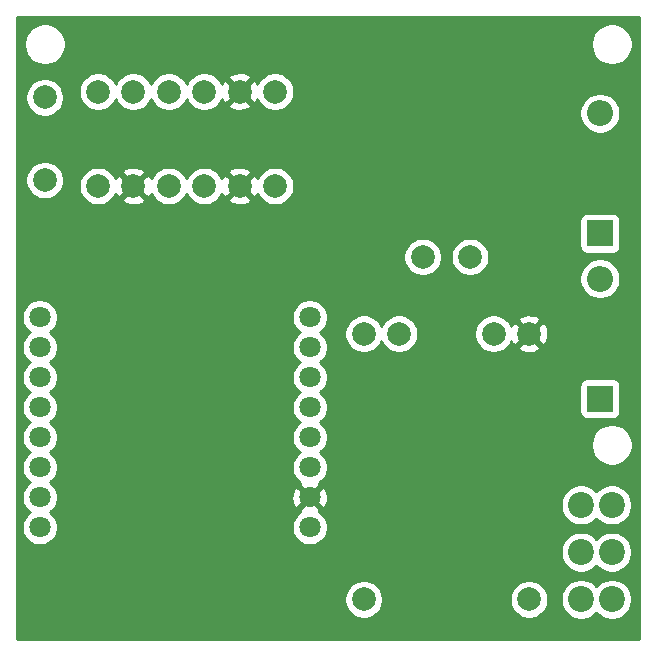
<source format=gbl>
G04 #@! TF.GenerationSoftware,KiCad,Pcbnew,(5.1.10)-1*
G04 #@! TF.CreationDate,2022-01-03T01:22:49-05:00*
G04 #@! TF.ProjectId,SlimeVRMotherBoard,536c696d-6556-4524-9d6f-74686572426f,V1.1*
G04 #@! TF.SameCoordinates,Original*
G04 #@! TF.FileFunction,Copper,L2,Bot*
G04 #@! TF.FilePolarity,Positive*
%FSLAX46Y46*%
G04 Gerber Fmt 4.6, Leading zero omitted, Abs format (unit mm)*
G04 Created by KiCad (PCBNEW (5.1.10)-1) date 2022-01-03 01:22:49*
%MOMM*%
%LPD*%
G01*
G04 APERTURE LIST*
G04 #@! TA.AperFunction,ComponentPad*
%ADD10C,2.000000*%
G04 #@! TD*
G04 #@! TA.AperFunction,ComponentPad*
%ADD11O,2.200000X2.200000*%
G04 #@! TD*
G04 #@! TA.AperFunction,ComponentPad*
%ADD12R,2.200000X2.200000*%
G04 #@! TD*
G04 #@! TA.AperFunction,ComponentPad*
%ADD13C,1.800000*%
G04 #@! TD*
G04 #@! TA.AperFunction,ComponentPad*
%ADD14C,2.200000*%
G04 #@! TD*
G04 #@! TA.AperFunction,Conductor*
%ADD15C,0.254000*%
G04 #@! TD*
G04 #@! TA.AperFunction,Conductor*
%ADD16C,0.100000*%
G04 #@! TD*
G04 APERTURE END LIST*
D10*
X137000000Y-109500000D03*
X137000000Y-102500000D03*
D11*
X184000000Y-103840000D03*
D12*
X184000000Y-114000000D03*
D11*
X184000000Y-117840000D03*
D12*
X184000000Y-128000000D03*
D10*
X173000000Y-116000000D03*
X169000000Y-116000000D03*
D13*
X136570000Y-138890000D03*
X159430000Y-138890000D03*
X136570000Y-136350000D03*
X159430000Y-136350000D03*
X136570000Y-133810000D03*
X159430000Y-133810000D03*
X136570000Y-131270000D03*
X159430000Y-131270000D03*
X136570000Y-128730000D03*
X159430000Y-128730000D03*
X136570000Y-126190000D03*
X159430000Y-126190000D03*
X136570000Y-123650000D03*
X159430000Y-123650000D03*
X136570000Y-121110000D03*
X159430000Y-121110000D03*
D10*
X150500000Y-110000000D03*
X153500000Y-110000000D03*
X156500000Y-110000000D03*
X147500000Y-110000000D03*
X144500000Y-110000000D03*
X141500000Y-110000000D03*
X141500000Y-102000000D03*
X144500000Y-102000000D03*
X147500000Y-102000000D03*
X156500000Y-102000000D03*
X153500000Y-102000000D03*
X150500000Y-102000000D03*
D14*
X182400000Y-145000000D03*
X185000000Y-145000000D03*
X182400000Y-141000000D03*
X185000000Y-141000000D03*
X182400000Y-137000000D03*
X185000000Y-137000000D03*
D10*
X178000000Y-122500000D03*
X175000000Y-122500000D03*
X164000000Y-145000000D03*
X178000000Y-145000000D03*
X164000000Y-122500000D03*
X167000000Y-122500000D03*
D15*
X187340001Y-148340000D02*
X134660000Y-148340000D01*
X134660000Y-144838967D01*
X162365000Y-144838967D01*
X162365000Y-145161033D01*
X162427832Y-145476912D01*
X162551082Y-145774463D01*
X162730013Y-146042252D01*
X162957748Y-146269987D01*
X163225537Y-146448918D01*
X163523088Y-146572168D01*
X163838967Y-146635000D01*
X164161033Y-146635000D01*
X164476912Y-146572168D01*
X164774463Y-146448918D01*
X165042252Y-146269987D01*
X165269987Y-146042252D01*
X165448918Y-145774463D01*
X165572168Y-145476912D01*
X165635000Y-145161033D01*
X165635000Y-144838967D01*
X176365000Y-144838967D01*
X176365000Y-145161033D01*
X176427832Y-145476912D01*
X176551082Y-145774463D01*
X176730013Y-146042252D01*
X176957748Y-146269987D01*
X177225537Y-146448918D01*
X177523088Y-146572168D01*
X177838967Y-146635000D01*
X178161033Y-146635000D01*
X178476912Y-146572168D01*
X178774463Y-146448918D01*
X179042252Y-146269987D01*
X179269987Y-146042252D01*
X179448918Y-145774463D01*
X179572168Y-145476912D01*
X179635000Y-145161033D01*
X179635000Y-144838967D01*
X179633041Y-144829117D01*
X180665000Y-144829117D01*
X180665000Y-145170883D01*
X180731675Y-145506081D01*
X180862463Y-145821831D01*
X181052337Y-146105998D01*
X181294002Y-146347663D01*
X181578169Y-146537537D01*
X181893919Y-146668325D01*
X182229117Y-146735000D01*
X182570883Y-146735000D01*
X182906081Y-146668325D01*
X183221831Y-146537537D01*
X183505998Y-146347663D01*
X183700000Y-146153661D01*
X183894002Y-146347663D01*
X184178169Y-146537537D01*
X184493919Y-146668325D01*
X184829117Y-146735000D01*
X185170883Y-146735000D01*
X185506081Y-146668325D01*
X185821831Y-146537537D01*
X186105998Y-146347663D01*
X186347663Y-146105998D01*
X186537537Y-145821831D01*
X186668325Y-145506081D01*
X186735000Y-145170883D01*
X186735000Y-144829117D01*
X186668325Y-144493919D01*
X186537537Y-144178169D01*
X186347663Y-143894002D01*
X186105998Y-143652337D01*
X185821831Y-143462463D01*
X185506081Y-143331675D01*
X185170883Y-143265000D01*
X184829117Y-143265000D01*
X184493919Y-143331675D01*
X184178169Y-143462463D01*
X183894002Y-143652337D01*
X183700000Y-143846339D01*
X183505998Y-143652337D01*
X183221831Y-143462463D01*
X182906081Y-143331675D01*
X182570883Y-143265000D01*
X182229117Y-143265000D01*
X181893919Y-143331675D01*
X181578169Y-143462463D01*
X181294002Y-143652337D01*
X181052337Y-143894002D01*
X180862463Y-144178169D01*
X180731675Y-144493919D01*
X180665000Y-144829117D01*
X179633041Y-144829117D01*
X179572168Y-144523088D01*
X179448918Y-144225537D01*
X179269987Y-143957748D01*
X179042252Y-143730013D01*
X178774463Y-143551082D01*
X178476912Y-143427832D01*
X178161033Y-143365000D01*
X177838967Y-143365000D01*
X177523088Y-143427832D01*
X177225537Y-143551082D01*
X176957748Y-143730013D01*
X176730013Y-143957748D01*
X176551082Y-144225537D01*
X176427832Y-144523088D01*
X176365000Y-144838967D01*
X165635000Y-144838967D01*
X165572168Y-144523088D01*
X165448918Y-144225537D01*
X165269987Y-143957748D01*
X165042252Y-143730013D01*
X164774463Y-143551082D01*
X164476912Y-143427832D01*
X164161033Y-143365000D01*
X163838967Y-143365000D01*
X163523088Y-143427832D01*
X163225537Y-143551082D01*
X162957748Y-143730013D01*
X162730013Y-143957748D01*
X162551082Y-144225537D01*
X162427832Y-144523088D01*
X162365000Y-144838967D01*
X134660000Y-144838967D01*
X134660000Y-140829117D01*
X180665000Y-140829117D01*
X180665000Y-141170883D01*
X180731675Y-141506081D01*
X180862463Y-141821831D01*
X181052337Y-142105998D01*
X181294002Y-142347663D01*
X181578169Y-142537537D01*
X181893919Y-142668325D01*
X182229117Y-142735000D01*
X182570883Y-142735000D01*
X182906081Y-142668325D01*
X183221831Y-142537537D01*
X183505998Y-142347663D01*
X183700000Y-142153661D01*
X183894002Y-142347663D01*
X184178169Y-142537537D01*
X184493919Y-142668325D01*
X184829117Y-142735000D01*
X185170883Y-142735000D01*
X185506081Y-142668325D01*
X185821831Y-142537537D01*
X186105998Y-142347663D01*
X186347663Y-142105998D01*
X186537537Y-141821831D01*
X186668325Y-141506081D01*
X186735000Y-141170883D01*
X186735000Y-140829117D01*
X186668325Y-140493919D01*
X186537537Y-140178169D01*
X186347663Y-139894002D01*
X186105998Y-139652337D01*
X185821831Y-139462463D01*
X185506081Y-139331675D01*
X185170883Y-139265000D01*
X184829117Y-139265000D01*
X184493919Y-139331675D01*
X184178169Y-139462463D01*
X183894002Y-139652337D01*
X183700000Y-139846339D01*
X183505998Y-139652337D01*
X183221831Y-139462463D01*
X182906081Y-139331675D01*
X182570883Y-139265000D01*
X182229117Y-139265000D01*
X181893919Y-139331675D01*
X181578169Y-139462463D01*
X181294002Y-139652337D01*
X181052337Y-139894002D01*
X180862463Y-140178169D01*
X180731675Y-140493919D01*
X180665000Y-140829117D01*
X134660000Y-140829117D01*
X134660000Y-120958816D01*
X135035000Y-120958816D01*
X135035000Y-121261184D01*
X135093989Y-121557743D01*
X135209701Y-121837095D01*
X135377688Y-122088505D01*
X135591495Y-122302312D01*
X135707763Y-122380000D01*
X135591495Y-122457688D01*
X135377688Y-122671495D01*
X135209701Y-122922905D01*
X135093989Y-123202257D01*
X135035000Y-123498816D01*
X135035000Y-123801184D01*
X135093989Y-124097743D01*
X135209701Y-124377095D01*
X135377688Y-124628505D01*
X135591495Y-124842312D01*
X135707763Y-124920000D01*
X135591495Y-124997688D01*
X135377688Y-125211495D01*
X135209701Y-125462905D01*
X135093989Y-125742257D01*
X135035000Y-126038816D01*
X135035000Y-126341184D01*
X135093989Y-126637743D01*
X135209701Y-126917095D01*
X135377688Y-127168505D01*
X135591495Y-127382312D01*
X135707763Y-127460000D01*
X135591495Y-127537688D01*
X135377688Y-127751495D01*
X135209701Y-128002905D01*
X135093989Y-128282257D01*
X135035000Y-128578816D01*
X135035000Y-128881184D01*
X135093989Y-129177743D01*
X135209701Y-129457095D01*
X135377688Y-129708505D01*
X135591495Y-129922312D01*
X135707763Y-130000000D01*
X135591495Y-130077688D01*
X135377688Y-130291495D01*
X135209701Y-130542905D01*
X135093989Y-130822257D01*
X135035000Y-131118816D01*
X135035000Y-131421184D01*
X135093989Y-131717743D01*
X135209701Y-131997095D01*
X135377688Y-132248505D01*
X135591495Y-132462312D01*
X135707763Y-132540000D01*
X135591495Y-132617688D01*
X135377688Y-132831495D01*
X135209701Y-133082905D01*
X135093989Y-133362257D01*
X135035000Y-133658816D01*
X135035000Y-133961184D01*
X135093989Y-134257743D01*
X135209701Y-134537095D01*
X135377688Y-134788505D01*
X135591495Y-135002312D01*
X135707763Y-135080000D01*
X135591495Y-135157688D01*
X135377688Y-135371495D01*
X135209701Y-135622905D01*
X135093989Y-135902257D01*
X135035000Y-136198816D01*
X135035000Y-136501184D01*
X135093989Y-136797743D01*
X135209701Y-137077095D01*
X135377688Y-137328505D01*
X135591495Y-137542312D01*
X135707763Y-137620000D01*
X135591495Y-137697688D01*
X135377688Y-137911495D01*
X135209701Y-138162905D01*
X135093989Y-138442257D01*
X135035000Y-138738816D01*
X135035000Y-139041184D01*
X135093989Y-139337743D01*
X135209701Y-139617095D01*
X135377688Y-139868505D01*
X135591495Y-140082312D01*
X135842905Y-140250299D01*
X136122257Y-140366011D01*
X136418816Y-140425000D01*
X136721184Y-140425000D01*
X137017743Y-140366011D01*
X137297095Y-140250299D01*
X137548505Y-140082312D01*
X137762312Y-139868505D01*
X137930299Y-139617095D01*
X138046011Y-139337743D01*
X138105000Y-139041184D01*
X138105000Y-138738816D01*
X157895000Y-138738816D01*
X157895000Y-139041184D01*
X157953989Y-139337743D01*
X158069701Y-139617095D01*
X158237688Y-139868505D01*
X158451495Y-140082312D01*
X158702905Y-140250299D01*
X158982257Y-140366011D01*
X159278816Y-140425000D01*
X159581184Y-140425000D01*
X159877743Y-140366011D01*
X160157095Y-140250299D01*
X160408505Y-140082312D01*
X160622312Y-139868505D01*
X160790299Y-139617095D01*
X160906011Y-139337743D01*
X160965000Y-139041184D01*
X160965000Y-138738816D01*
X160906011Y-138442257D01*
X160790299Y-138162905D01*
X160622312Y-137911495D01*
X160408505Y-137697688D01*
X160254895Y-137595049D01*
X160314475Y-137414080D01*
X159430000Y-136529605D01*
X158545525Y-137414080D01*
X158605105Y-137595049D01*
X158451495Y-137697688D01*
X158237688Y-137911495D01*
X158069701Y-138162905D01*
X157953989Y-138442257D01*
X157895000Y-138738816D01*
X138105000Y-138738816D01*
X138046011Y-138442257D01*
X137930299Y-138162905D01*
X137762312Y-137911495D01*
X137548505Y-137697688D01*
X137432237Y-137620000D01*
X137548505Y-137542312D01*
X137762312Y-137328505D01*
X137930299Y-137077095D01*
X138046011Y-136797743D01*
X138105000Y-136501184D01*
X138105000Y-136416553D01*
X157889009Y-136416553D01*
X157931603Y-136715907D01*
X158031778Y-137001199D01*
X158111739Y-137150792D01*
X158365920Y-137234475D01*
X159250395Y-136350000D01*
X159609605Y-136350000D01*
X160494080Y-137234475D01*
X160748261Y-137150792D01*
X160879158Y-136878225D01*
X160891768Y-136829117D01*
X180665000Y-136829117D01*
X180665000Y-137170883D01*
X180731675Y-137506081D01*
X180862463Y-137821831D01*
X181052337Y-138105998D01*
X181294002Y-138347663D01*
X181578169Y-138537537D01*
X181893919Y-138668325D01*
X182229117Y-138735000D01*
X182570883Y-138735000D01*
X182906081Y-138668325D01*
X183221831Y-138537537D01*
X183505998Y-138347663D01*
X183700000Y-138153661D01*
X183894002Y-138347663D01*
X184178169Y-138537537D01*
X184493919Y-138668325D01*
X184829117Y-138735000D01*
X185170883Y-138735000D01*
X185506081Y-138668325D01*
X185821831Y-138537537D01*
X186105998Y-138347663D01*
X186347663Y-138105998D01*
X186537537Y-137821831D01*
X186668325Y-137506081D01*
X186735000Y-137170883D01*
X186735000Y-136829117D01*
X186668325Y-136493919D01*
X186537537Y-136178169D01*
X186347663Y-135894002D01*
X186105998Y-135652337D01*
X185821831Y-135462463D01*
X185506081Y-135331675D01*
X185170883Y-135265000D01*
X184829117Y-135265000D01*
X184493919Y-135331675D01*
X184178169Y-135462463D01*
X183894002Y-135652337D01*
X183700000Y-135846339D01*
X183505998Y-135652337D01*
X183221831Y-135462463D01*
X182906081Y-135331675D01*
X182570883Y-135265000D01*
X182229117Y-135265000D01*
X181893919Y-135331675D01*
X181578169Y-135462463D01*
X181294002Y-135652337D01*
X181052337Y-135894002D01*
X180862463Y-136178169D01*
X180731675Y-136493919D01*
X180665000Y-136829117D01*
X160891768Y-136829117D01*
X160954365Y-136585358D01*
X160970991Y-136283447D01*
X160928397Y-135984093D01*
X160828222Y-135698801D01*
X160748261Y-135549208D01*
X160494080Y-135465525D01*
X159609605Y-136350000D01*
X159250395Y-136350000D01*
X158365920Y-135465525D01*
X158111739Y-135549208D01*
X157980842Y-135821775D01*
X157905635Y-136114642D01*
X157889009Y-136416553D01*
X138105000Y-136416553D01*
X138105000Y-136198816D01*
X138046011Y-135902257D01*
X137930299Y-135622905D01*
X137762312Y-135371495D01*
X137548505Y-135157688D01*
X137432237Y-135080000D01*
X137548505Y-135002312D01*
X137762312Y-134788505D01*
X137930299Y-134537095D01*
X138046011Y-134257743D01*
X138105000Y-133961184D01*
X138105000Y-133658816D01*
X138046011Y-133362257D01*
X137930299Y-133082905D01*
X137762312Y-132831495D01*
X137548505Y-132617688D01*
X137432237Y-132540000D01*
X137548505Y-132462312D01*
X137762312Y-132248505D01*
X137930299Y-131997095D01*
X138046011Y-131717743D01*
X138105000Y-131421184D01*
X138105000Y-131118816D01*
X138046011Y-130822257D01*
X137930299Y-130542905D01*
X137762312Y-130291495D01*
X137548505Y-130077688D01*
X137432237Y-130000000D01*
X137548505Y-129922312D01*
X137762312Y-129708505D01*
X137930299Y-129457095D01*
X138046011Y-129177743D01*
X138105000Y-128881184D01*
X138105000Y-128578816D01*
X138046011Y-128282257D01*
X137930299Y-128002905D01*
X137762312Y-127751495D01*
X137548505Y-127537688D01*
X137432237Y-127460000D01*
X137548505Y-127382312D01*
X137762312Y-127168505D01*
X137930299Y-126917095D01*
X138046011Y-126637743D01*
X138105000Y-126341184D01*
X138105000Y-126038816D01*
X138046011Y-125742257D01*
X137930299Y-125462905D01*
X137762312Y-125211495D01*
X137548505Y-124997688D01*
X137432237Y-124920000D01*
X137548505Y-124842312D01*
X137762312Y-124628505D01*
X137930299Y-124377095D01*
X138046011Y-124097743D01*
X138105000Y-123801184D01*
X138105000Y-123498816D01*
X138046011Y-123202257D01*
X137930299Y-122922905D01*
X137762312Y-122671495D01*
X137548505Y-122457688D01*
X137432237Y-122380000D01*
X137548505Y-122302312D01*
X137762312Y-122088505D01*
X137930299Y-121837095D01*
X138046011Y-121557743D01*
X138105000Y-121261184D01*
X138105000Y-120958816D01*
X157895000Y-120958816D01*
X157895000Y-121261184D01*
X157953989Y-121557743D01*
X158069701Y-121837095D01*
X158237688Y-122088505D01*
X158451495Y-122302312D01*
X158567763Y-122380000D01*
X158451495Y-122457688D01*
X158237688Y-122671495D01*
X158069701Y-122922905D01*
X157953989Y-123202257D01*
X157895000Y-123498816D01*
X157895000Y-123801184D01*
X157953989Y-124097743D01*
X158069701Y-124377095D01*
X158237688Y-124628505D01*
X158451495Y-124842312D01*
X158567763Y-124920000D01*
X158451495Y-124997688D01*
X158237688Y-125211495D01*
X158069701Y-125462905D01*
X157953989Y-125742257D01*
X157895000Y-126038816D01*
X157895000Y-126341184D01*
X157953989Y-126637743D01*
X158069701Y-126917095D01*
X158237688Y-127168505D01*
X158451495Y-127382312D01*
X158567763Y-127460000D01*
X158451495Y-127537688D01*
X158237688Y-127751495D01*
X158069701Y-128002905D01*
X157953989Y-128282257D01*
X157895000Y-128578816D01*
X157895000Y-128881184D01*
X157953989Y-129177743D01*
X158069701Y-129457095D01*
X158237688Y-129708505D01*
X158451495Y-129922312D01*
X158567763Y-130000000D01*
X158451495Y-130077688D01*
X158237688Y-130291495D01*
X158069701Y-130542905D01*
X157953989Y-130822257D01*
X157895000Y-131118816D01*
X157895000Y-131421184D01*
X157953989Y-131717743D01*
X158069701Y-131997095D01*
X158237688Y-132248505D01*
X158451495Y-132462312D01*
X158567763Y-132540000D01*
X158451495Y-132617688D01*
X158237688Y-132831495D01*
X158069701Y-133082905D01*
X157953989Y-133362257D01*
X157895000Y-133658816D01*
X157895000Y-133961184D01*
X157953989Y-134257743D01*
X158069701Y-134537095D01*
X158237688Y-134788505D01*
X158451495Y-135002312D01*
X158605105Y-135104951D01*
X158545525Y-135285920D01*
X159430000Y-136170395D01*
X160314475Y-135285920D01*
X160254895Y-135104951D01*
X160408505Y-135002312D01*
X160622312Y-134788505D01*
X160790299Y-134537095D01*
X160906011Y-134257743D01*
X160965000Y-133961184D01*
X160965000Y-133658816D01*
X160906011Y-133362257D01*
X160790299Y-133082905D01*
X160622312Y-132831495D01*
X160408505Y-132617688D01*
X160292237Y-132540000D01*
X160408505Y-132462312D01*
X160622312Y-132248505D01*
X160790299Y-131997095D01*
X160902785Y-131725529D01*
X183228571Y-131725529D01*
X183228571Y-132074471D01*
X183296646Y-132416707D01*
X183430180Y-132739086D01*
X183624041Y-133029220D01*
X183870780Y-133275959D01*
X184160914Y-133469820D01*
X184483293Y-133603354D01*
X184825529Y-133671429D01*
X185174471Y-133671429D01*
X185516707Y-133603354D01*
X185839086Y-133469820D01*
X186129220Y-133275959D01*
X186375959Y-133029220D01*
X186569820Y-132739086D01*
X186703354Y-132416707D01*
X186771429Y-132074471D01*
X186771429Y-131725529D01*
X186703354Y-131383293D01*
X186569820Y-131060914D01*
X186375959Y-130770780D01*
X186129220Y-130524041D01*
X185839086Y-130330180D01*
X185516707Y-130196646D01*
X185174471Y-130128571D01*
X184825529Y-130128571D01*
X184483293Y-130196646D01*
X184160914Y-130330180D01*
X183870780Y-130524041D01*
X183624041Y-130770780D01*
X183430180Y-131060914D01*
X183296646Y-131383293D01*
X183228571Y-131725529D01*
X160902785Y-131725529D01*
X160906011Y-131717743D01*
X160965000Y-131421184D01*
X160965000Y-131118816D01*
X160906011Y-130822257D01*
X160790299Y-130542905D01*
X160622312Y-130291495D01*
X160408505Y-130077688D01*
X160292237Y-130000000D01*
X160408505Y-129922312D01*
X160622312Y-129708505D01*
X160790299Y-129457095D01*
X160906011Y-129177743D01*
X160965000Y-128881184D01*
X160965000Y-128578816D01*
X160906011Y-128282257D01*
X160790299Y-128002905D01*
X160622312Y-127751495D01*
X160408505Y-127537688D01*
X160292237Y-127460000D01*
X160408505Y-127382312D01*
X160622312Y-127168505D01*
X160790299Y-126917095D01*
X160797380Y-126900000D01*
X182261928Y-126900000D01*
X182261928Y-129100000D01*
X182274188Y-129224482D01*
X182310498Y-129344180D01*
X182369463Y-129454494D01*
X182448815Y-129551185D01*
X182545506Y-129630537D01*
X182655820Y-129689502D01*
X182775518Y-129725812D01*
X182900000Y-129738072D01*
X185100000Y-129738072D01*
X185224482Y-129725812D01*
X185344180Y-129689502D01*
X185454494Y-129630537D01*
X185551185Y-129551185D01*
X185630537Y-129454494D01*
X185689502Y-129344180D01*
X185725812Y-129224482D01*
X185738072Y-129100000D01*
X185738072Y-126900000D01*
X185725812Y-126775518D01*
X185689502Y-126655820D01*
X185630537Y-126545506D01*
X185551185Y-126448815D01*
X185454494Y-126369463D01*
X185344180Y-126310498D01*
X185224482Y-126274188D01*
X185100000Y-126261928D01*
X182900000Y-126261928D01*
X182775518Y-126274188D01*
X182655820Y-126310498D01*
X182545506Y-126369463D01*
X182448815Y-126448815D01*
X182369463Y-126545506D01*
X182310498Y-126655820D01*
X182274188Y-126775518D01*
X182261928Y-126900000D01*
X160797380Y-126900000D01*
X160906011Y-126637743D01*
X160965000Y-126341184D01*
X160965000Y-126038816D01*
X160906011Y-125742257D01*
X160790299Y-125462905D01*
X160622312Y-125211495D01*
X160408505Y-124997688D01*
X160292237Y-124920000D01*
X160408505Y-124842312D01*
X160622312Y-124628505D01*
X160790299Y-124377095D01*
X160906011Y-124097743D01*
X160965000Y-123801184D01*
X160965000Y-123498816D01*
X160906011Y-123202257D01*
X160790299Y-122922905D01*
X160622312Y-122671495D01*
X160408505Y-122457688D01*
X160292237Y-122380000D01*
X160353647Y-122338967D01*
X162365000Y-122338967D01*
X162365000Y-122661033D01*
X162427832Y-122976912D01*
X162551082Y-123274463D01*
X162730013Y-123542252D01*
X162957748Y-123769987D01*
X163225537Y-123948918D01*
X163523088Y-124072168D01*
X163838967Y-124135000D01*
X164161033Y-124135000D01*
X164476912Y-124072168D01*
X164774463Y-123948918D01*
X165042252Y-123769987D01*
X165269987Y-123542252D01*
X165448918Y-123274463D01*
X165500000Y-123151140D01*
X165551082Y-123274463D01*
X165730013Y-123542252D01*
X165957748Y-123769987D01*
X166225537Y-123948918D01*
X166523088Y-124072168D01*
X166838967Y-124135000D01*
X167161033Y-124135000D01*
X167476912Y-124072168D01*
X167774463Y-123948918D01*
X168042252Y-123769987D01*
X168269987Y-123542252D01*
X168448918Y-123274463D01*
X168572168Y-122976912D01*
X168635000Y-122661033D01*
X168635000Y-122338967D01*
X173365000Y-122338967D01*
X173365000Y-122661033D01*
X173427832Y-122976912D01*
X173551082Y-123274463D01*
X173730013Y-123542252D01*
X173957748Y-123769987D01*
X174225537Y-123948918D01*
X174523088Y-124072168D01*
X174838967Y-124135000D01*
X175161033Y-124135000D01*
X175476912Y-124072168D01*
X175774463Y-123948918D01*
X176042252Y-123769987D01*
X176176826Y-123635413D01*
X177044192Y-123635413D01*
X177139956Y-123899814D01*
X177429571Y-124040704D01*
X177741108Y-124122384D01*
X178062595Y-124141718D01*
X178381675Y-124097961D01*
X178686088Y-123992795D01*
X178860044Y-123899814D01*
X178955808Y-123635413D01*
X178000000Y-122679605D01*
X177044192Y-123635413D01*
X176176826Y-123635413D01*
X176269987Y-123542252D01*
X176448918Y-123274463D01*
X176497346Y-123157549D01*
X176507205Y-123186088D01*
X176600186Y-123360044D01*
X176864587Y-123455808D01*
X177820395Y-122500000D01*
X178179605Y-122500000D01*
X179135413Y-123455808D01*
X179399814Y-123360044D01*
X179540704Y-123070429D01*
X179622384Y-122758892D01*
X179641718Y-122437405D01*
X179597961Y-122118325D01*
X179492795Y-121813912D01*
X179399814Y-121639956D01*
X179135413Y-121544192D01*
X178179605Y-122500000D01*
X177820395Y-122500000D01*
X176864587Y-121544192D01*
X176600186Y-121639956D01*
X176499338Y-121847261D01*
X176448918Y-121725537D01*
X176269987Y-121457748D01*
X176176826Y-121364587D01*
X177044192Y-121364587D01*
X178000000Y-122320395D01*
X178955808Y-121364587D01*
X178860044Y-121100186D01*
X178570429Y-120959296D01*
X178258892Y-120877616D01*
X177937405Y-120858282D01*
X177618325Y-120902039D01*
X177313912Y-121007205D01*
X177139956Y-121100186D01*
X177044192Y-121364587D01*
X176176826Y-121364587D01*
X176042252Y-121230013D01*
X175774463Y-121051082D01*
X175476912Y-120927832D01*
X175161033Y-120865000D01*
X174838967Y-120865000D01*
X174523088Y-120927832D01*
X174225537Y-121051082D01*
X173957748Y-121230013D01*
X173730013Y-121457748D01*
X173551082Y-121725537D01*
X173427832Y-122023088D01*
X173365000Y-122338967D01*
X168635000Y-122338967D01*
X168572168Y-122023088D01*
X168448918Y-121725537D01*
X168269987Y-121457748D01*
X168042252Y-121230013D01*
X167774463Y-121051082D01*
X167476912Y-120927832D01*
X167161033Y-120865000D01*
X166838967Y-120865000D01*
X166523088Y-120927832D01*
X166225537Y-121051082D01*
X165957748Y-121230013D01*
X165730013Y-121457748D01*
X165551082Y-121725537D01*
X165500000Y-121848860D01*
X165448918Y-121725537D01*
X165269987Y-121457748D01*
X165042252Y-121230013D01*
X164774463Y-121051082D01*
X164476912Y-120927832D01*
X164161033Y-120865000D01*
X163838967Y-120865000D01*
X163523088Y-120927832D01*
X163225537Y-121051082D01*
X162957748Y-121230013D01*
X162730013Y-121457748D01*
X162551082Y-121725537D01*
X162427832Y-122023088D01*
X162365000Y-122338967D01*
X160353647Y-122338967D01*
X160408505Y-122302312D01*
X160622312Y-122088505D01*
X160790299Y-121837095D01*
X160906011Y-121557743D01*
X160965000Y-121261184D01*
X160965000Y-120958816D01*
X160906011Y-120662257D01*
X160790299Y-120382905D01*
X160622312Y-120131495D01*
X160408505Y-119917688D01*
X160157095Y-119749701D01*
X159877743Y-119633989D01*
X159581184Y-119575000D01*
X159278816Y-119575000D01*
X158982257Y-119633989D01*
X158702905Y-119749701D01*
X158451495Y-119917688D01*
X158237688Y-120131495D01*
X158069701Y-120382905D01*
X157953989Y-120662257D01*
X157895000Y-120958816D01*
X138105000Y-120958816D01*
X138046011Y-120662257D01*
X137930299Y-120382905D01*
X137762312Y-120131495D01*
X137548505Y-119917688D01*
X137297095Y-119749701D01*
X137017743Y-119633989D01*
X136721184Y-119575000D01*
X136418816Y-119575000D01*
X136122257Y-119633989D01*
X135842905Y-119749701D01*
X135591495Y-119917688D01*
X135377688Y-120131495D01*
X135209701Y-120382905D01*
X135093989Y-120662257D01*
X135035000Y-120958816D01*
X134660000Y-120958816D01*
X134660000Y-117669117D01*
X182265000Y-117669117D01*
X182265000Y-118010883D01*
X182331675Y-118346081D01*
X182462463Y-118661831D01*
X182652337Y-118945998D01*
X182894002Y-119187663D01*
X183178169Y-119377537D01*
X183493919Y-119508325D01*
X183829117Y-119575000D01*
X184170883Y-119575000D01*
X184506081Y-119508325D01*
X184821831Y-119377537D01*
X185105998Y-119187663D01*
X185347663Y-118945998D01*
X185537537Y-118661831D01*
X185668325Y-118346081D01*
X185735000Y-118010883D01*
X185735000Y-117669117D01*
X185668325Y-117333919D01*
X185537537Y-117018169D01*
X185347663Y-116734002D01*
X185105998Y-116492337D01*
X184821831Y-116302463D01*
X184506081Y-116171675D01*
X184170883Y-116105000D01*
X183829117Y-116105000D01*
X183493919Y-116171675D01*
X183178169Y-116302463D01*
X182894002Y-116492337D01*
X182652337Y-116734002D01*
X182462463Y-117018169D01*
X182331675Y-117333919D01*
X182265000Y-117669117D01*
X134660000Y-117669117D01*
X134660000Y-115838967D01*
X167365000Y-115838967D01*
X167365000Y-116161033D01*
X167427832Y-116476912D01*
X167551082Y-116774463D01*
X167730013Y-117042252D01*
X167957748Y-117269987D01*
X168225537Y-117448918D01*
X168523088Y-117572168D01*
X168838967Y-117635000D01*
X169161033Y-117635000D01*
X169476912Y-117572168D01*
X169774463Y-117448918D01*
X170042252Y-117269987D01*
X170269987Y-117042252D01*
X170448918Y-116774463D01*
X170572168Y-116476912D01*
X170635000Y-116161033D01*
X170635000Y-115838967D01*
X171365000Y-115838967D01*
X171365000Y-116161033D01*
X171427832Y-116476912D01*
X171551082Y-116774463D01*
X171730013Y-117042252D01*
X171957748Y-117269987D01*
X172225537Y-117448918D01*
X172523088Y-117572168D01*
X172838967Y-117635000D01*
X173161033Y-117635000D01*
X173476912Y-117572168D01*
X173774463Y-117448918D01*
X174042252Y-117269987D01*
X174269987Y-117042252D01*
X174448918Y-116774463D01*
X174572168Y-116476912D01*
X174635000Y-116161033D01*
X174635000Y-115838967D01*
X174572168Y-115523088D01*
X174448918Y-115225537D01*
X174269987Y-114957748D01*
X174042252Y-114730013D01*
X173774463Y-114551082D01*
X173476912Y-114427832D01*
X173161033Y-114365000D01*
X172838967Y-114365000D01*
X172523088Y-114427832D01*
X172225537Y-114551082D01*
X171957748Y-114730013D01*
X171730013Y-114957748D01*
X171551082Y-115225537D01*
X171427832Y-115523088D01*
X171365000Y-115838967D01*
X170635000Y-115838967D01*
X170572168Y-115523088D01*
X170448918Y-115225537D01*
X170269987Y-114957748D01*
X170042252Y-114730013D01*
X169774463Y-114551082D01*
X169476912Y-114427832D01*
X169161033Y-114365000D01*
X168838967Y-114365000D01*
X168523088Y-114427832D01*
X168225537Y-114551082D01*
X167957748Y-114730013D01*
X167730013Y-114957748D01*
X167551082Y-115225537D01*
X167427832Y-115523088D01*
X167365000Y-115838967D01*
X134660000Y-115838967D01*
X134660000Y-112900000D01*
X182261928Y-112900000D01*
X182261928Y-115100000D01*
X182274188Y-115224482D01*
X182310498Y-115344180D01*
X182369463Y-115454494D01*
X182448815Y-115551185D01*
X182545506Y-115630537D01*
X182655820Y-115689502D01*
X182775518Y-115725812D01*
X182900000Y-115738072D01*
X185100000Y-115738072D01*
X185224482Y-115725812D01*
X185344180Y-115689502D01*
X185454494Y-115630537D01*
X185551185Y-115551185D01*
X185630537Y-115454494D01*
X185689502Y-115344180D01*
X185725812Y-115224482D01*
X185738072Y-115100000D01*
X185738072Y-112900000D01*
X185725812Y-112775518D01*
X185689502Y-112655820D01*
X185630537Y-112545506D01*
X185551185Y-112448815D01*
X185454494Y-112369463D01*
X185344180Y-112310498D01*
X185224482Y-112274188D01*
X185100000Y-112261928D01*
X182900000Y-112261928D01*
X182775518Y-112274188D01*
X182655820Y-112310498D01*
X182545506Y-112369463D01*
X182448815Y-112448815D01*
X182369463Y-112545506D01*
X182310498Y-112655820D01*
X182274188Y-112775518D01*
X182261928Y-112900000D01*
X134660000Y-112900000D01*
X134660000Y-109338967D01*
X135365000Y-109338967D01*
X135365000Y-109661033D01*
X135427832Y-109976912D01*
X135551082Y-110274463D01*
X135730013Y-110542252D01*
X135957748Y-110769987D01*
X136225537Y-110948918D01*
X136523088Y-111072168D01*
X136838967Y-111135000D01*
X137161033Y-111135000D01*
X137476912Y-111072168D01*
X137774463Y-110948918D01*
X138042252Y-110769987D01*
X138269987Y-110542252D01*
X138448918Y-110274463D01*
X138572168Y-109976912D01*
X138599606Y-109838967D01*
X139865000Y-109838967D01*
X139865000Y-110161033D01*
X139927832Y-110476912D01*
X140051082Y-110774463D01*
X140230013Y-111042252D01*
X140457748Y-111269987D01*
X140725537Y-111448918D01*
X141023088Y-111572168D01*
X141338967Y-111635000D01*
X141661033Y-111635000D01*
X141976912Y-111572168D01*
X142274463Y-111448918D01*
X142542252Y-111269987D01*
X142676826Y-111135413D01*
X143544192Y-111135413D01*
X143639956Y-111399814D01*
X143929571Y-111540704D01*
X144241108Y-111622384D01*
X144562595Y-111641718D01*
X144881675Y-111597961D01*
X145186088Y-111492795D01*
X145360044Y-111399814D01*
X145455808Y-111135413D01*
X144500000Y-110179605D01*
X143544192Y-111135413D01*
X142676826Y-111135413D01*
X142769987Y-111042252D01*
X142948918Y-110774463D01*
X142997346Y-110657549D01*
X143007205Y-110686088D01*
X143100186Y-110860044D01*
X143364587Y-110955808D01*
X144320395Y-110000000D01*
X144679605Y-110000000D01*
X145635413Y-110955808D01*
X145899814Y-110860044D01*
X146000662Y-110652739D01*
X146051082Y-110774463D01*
X146230013Y-111042252D01*
X146457748Y-111269987D01*
X146725537Y-111448918D01*
X147023088Y-111572168D01*
X147338967Y-111635000D01*
X147661033Y-111635000D01*
X147976912Y-111572168D01*
X148274463Y-111448918D01*
X148542252Y-111269987D01*
X148769987Y-111042252D01*
X148948918Y-110774463D01*
X149000000Y-110651140D01*
X149051082Y-110774463D01*
X149230013Y-111042252D01*
X149457748Y-111269987D01*
X149725537Y-111448918D01*
X150023088Y-111572168D01*
X150338967Y-111635000D01*
X150661033Y-111635000D01*
X150976912Y-111572168D01*
X151274463Y-111448918D01*
X151542252Y-111269987D01*
X151676826Y-111135413D01*
X152544192Y-111135413D01*
X152639956Y-111399814D01*
X152929571Y-111540704D01*
X153241108Y-111622384D01*
X153562595Y-111641718D01*
X153881675Y-111597961D01*
X154186088Y-111492795D01*
X154360044Y-111399814D01*
X154455808Y-111135413D01*
X153500000Y-110179605D01*
X152544192Y-111135413D01*
X151676826Y-111135413D01*
X151769987Y-111042252D01*
X151948918Y-110774463D01*
X151997346Y-110657549D01*
X152007205Y-110686088D01*
X152100186Y-110860044D01*
X152364587Y-110955808D01*
X153320395Y-110000000D01*
X153679605Y-110000000D01*
X154635413Y-110955808D01*
X154899814Y-110860044D01*
X155000662Y-110652739D01*
X155051082Y-110774463D01*
X155230013Y-111042252D01*
X155457748Y-111269987D01*
X155725537Y-111448918D01*
X156023088Y-111572168D01*
X156338967Y-111635000D01*
X156661033Y-111635000D01*
X156976912Y-111572168D01*
X157274463Y-111448918D01*
X157542252Y-111269987D01*
X157769987Y-111042252D01*
X157948918Y-110774463D01*
X158072168Y-110476912D01*
X158135000Y-110161033D01*
X158135000Y-109838967D01*
X158072168Y-109523088D01*
X157948918Y-109225537D01*
X157769987Y-108957748D01*
X157542252Y-108730013D01*
X157274463Y-108551082D01*
X156976912Y-108427832D01*
X156661033Y-108365000D01*
X156338967Y-108365000D01*
X156023088Y-108427832D01*
X155725537Y-108551082D01*
X155457748Y-108730013D01*
X155230013Y-108957748D01*
X155051082Y-109225537D01*
X155002654Y-109342451D01*
X154992795Y-109313912D01*
X154899814Y-109139956D01*
X154635413Y-109044192D01*
X153679605Y-110000000D01*
X153320395Y-110000000D01*
X152364587Y-109044192D01*
X152100186Y-109139956D01*
X151999338Y-109347261D01*
X151948918Y-109225537D01*
X151769987Y-108957748D01*
X151676826Y-108864587D01*
X152544192Y-108864587D01*
X153500000Y-109820395D01*
X154455808Y-108864587D01*
X154360044Y-108600186D01*
X154070429Y-108459296D01*
X153758892Y-108377616D01*
X153437405Y-108358282D01*
X153118325Y-108402039D01*
X152813912Y-108507205D01*
X152639956Y-108600186D01*
X152544192Y-108864587D01*
X151676826Y-108864587D01*
X151542252Y-108730013D01*
X151274463Y-108551082D01*
X150976912Y-108427832D01*
X150661033Y-108365000D01*
X150338967Y-108365000D01*
X150023088Y-108427832D01*
X149725537Y-108551082D01*
X149457748Y-108730013D01*
X149230013Y-108957748D01*
X149051082Y-109225537D01*
X149000000Y-109348860D01*
X148948918Y-109225537D01*
X148769987Y-108957748D01*
X148542252Y-108730013D01*
X148274463Y-108551082D01*
X147976912Y-108427832D01*
X147661033Y-108365000D01*
X147338967Y-108365000D01*
X147023088Y-108427832D01*
X146725537Y-108551082D01*
X146457748Y-108730013D01*
X146230013Y-108957748D01*
X146051082Y-109225537D01*
X146002654Y-109342451D01*
X145992795Y-109313912D01*
X145899814Y-109139956D01*
X145635413Y-109044192D01*
X144679605Y-110000000D01*
X144320395Y-110000000D01*
X143364587Y-109044192D01*
X143100186Y-109139956D01*
X142999338Y-109347261D01*
X142948918Y-109225537D01*
X142769987Y-108957748D01*
X142676826Y-108864587D01*
X143544192Y-108864587D01*
X144500000Y-109820395D01*
X145455808Y-108864587D01*
X145360044Y-108600186D01*
X145070429Y-108459296D01*
X144758892Y-108377616D01*
X144437405Y-108358282D01*
X144118325Y-108402039D01*
X143813912Y-108507205D01*
X143639956Y-108600186D01*
X143544192Y-108864587D01*
X142676826Y-108864587D01*
X142542252Y-108730013D01*
X142274463Y-108551082D01*
X141976912Y-108427832D01*
X141661033Y-108365000D01*
X141338967Y-108365000D01*
X141023088Y-108427832D01*
X140725537Y-108551082D01*
X140457748Y-108730013D01*
X140230013Y-108957748D01*
X140051082Y-109225537D01*
X139927832Y-109523088D01*
X139865000Y-109838967D01*
X138599606Y-109838967D01*
X138635000Y-109661033D01*
X138635000Y-109338967D01*
X138572168Y-109023088D01*
X138448918Y-108725537D01*
X138269987Y-108457748D01*
X138042252Y-108230013D01*
X137774463Y-108051082D01*
X137476912Y-107927832D01*
X137161033Y-107865000D01*
X136838967Y-107865000D01*
X136523088Y-107927832D01*
X136225537Y-108051082D01*
X135957748Y-108230013D01*
X135730013Y-108457748D01*
X135551082Y-108725537D01*
X135427832Y-109023088D01*
X135365000Y-109338967D01*
X134660000Y-109338967D01*
X134660000Y-102338967D01*
X135365000Y-102338967D01*
X135365000Y-102661033D01*
X135427832Y-102976912D01*
X135551082Y-103274463D01*
X135730013Y-103542252D01*
X135957748Y-103769987D01*
X136225537Y-103948918D01*
X136523088Y-104072168D01*
X136838967Y-104135000D01*
X137161033Y-104135000D01*
X137476912Y-104072168D01*
X137774463Y-103948918D01*
X138042252Y-103769987D01*
X138143122Y-103669117D01*
X182265000Y-103669117D01*
X182265000Y-104010883D01*
X182331675Y-104346081D01*
X182462463Y-104661831D01*
X182652337Y-104945998D01*
X182894002Y-105187663D01*
X183178169Y-105377537D01*
X183493919Y-105508325D01*
X183829117Y-105575000D01*
X184170883Y-105575000D01*
X184506081Y-105508325D01*
X184821831Y-105377537D01*
X185105998Y-105187663D01*
X185347663Y-104945998D01*
X185537537Y-104661831D01*
X185668325Y-104346081D01*
X185735000Y-104010883D01*
X185735000Y-103669117D01*
X185668325Y-103333919D01*
X185537537Y-103018169D01*
X185347663Y-102734002D01*
X185105998Y-102492337D01*
X184821831Y-102302463D01*
X184506081Y-102171675D01*
X184170883Y-102105000D01*
X183829117Y-102105000D01*
X183493919Y-102171675D01*
X183178169Y-102302463D01*
X182894002Y-102492337D01*
X182652337Y-102734002D01*
X182462463Y-103018169D01*
X182331675Y-103333919D01*
X182265000Y-103669117D01*
X138143122Y-103669117D01*
X138269987Y-103542252D01*
X138448918Y-103274463D01*
X138572168Y-102976912D01*
X138635000Y-102661033D01*
X138635000Y-102338967D01*
X138572168Y-102023088D01*
X138495903Y-101838967D01*
X139865000Y-101838967D01*
X139865000Y-102161033D01*
X139927832Y-102476912D01*
X140051082Y-102774463D01*
X140230013Y-103042252D01*
X140457748Y-103269987D01*
X140725537Y-103448918D01*
X141023088Y-103572168D01*
X141338967Y-103635000D01*
X141661033Y-103635000D01*
X141976912Y-103572168D01*
X142274463Y-103448918D01*
X142542252Y-103269987D01*
X142769987Y-103042252D01*
X142948918Y-102774463D01*
X143000000Y-102651140D01*
X143051082Y-102774463D01*
X143230013Y-103042252D01*
X143457748Y-103269987D01*
X143725537Y-103448918D01*
X144023088Y-103572168D01*
X144338967Y-103635000D01*
X144661033Y-103635000D01*
X144976912Y-103572168D01*
X145274463Y-103448918D01*
X145542252Y-103269987D01*
X145769987Y-103042252D01*
X145948918Y-102774463D01*
X146000000Y-102651140D01*
X146051082Y-102774463D01*
X146230013Y-103042252D01*
X146457748Y-103269987D01*
X146725537Y-103448918D01*
X147023088Y-103572168D01*
X147338967Y-103635000D01*
X147661033Y-103635000D01*
X147976912Y-103572168D01*
X148274463Y-103448918D01*
X148542252Y-103269987D01*
X148769987Y-103042252D01*
X148948918Y-102774463D01*
X149000000Y-102651140D01*
X149051082Y-102774463D01*
X149230013Y-103042252D01*
X149457748Y-103269987D01*
X149725537Y-103448918D01*
X150023088Y-103572168D01*
X150338967Y-103635000D01*
X150661033Y-103635000D01*
X150976912Y-103572168D01*
X151274463Y-103448918D01*
X151542252Y-103269987D01*
X151676826Y-103135413D01*
X152544192Y-103135413D01*
X152639956Y-103399814D01*
X152929571Y-103540704D01*
X153241108Y-103622384D01*
X153562595Y-103641718D01*
X153881675Y-103597961D01*
X154186088Y-103492795D01*
X154360044Y-103399814D01*
X154455808Y-103135413D01*
X153500000Y-102179605D01*
X152544192Y-103135413D01*
X151676826Y-103135413D01*
X151769987Y-103042252D01*
X151948918Y-102774463D01*
X151997346Y-102657549D01*
X152007205Y-102686088D01*
X152100186Y-102860044D01*
X152364587Y-102955808D01*
X153320395Y-102000000D01*
X153679605Y-102000000D01*
X154635413Y-102955808D01*
X154899814Y-102860044D01*
X155000662Y-102652739D01*
X155051082Y-102774463D01*
X155230013Y-103042252D01*
X155457748Y-103269987D01*
X155725537Y-103448918D01*
X156023088Y-103572168D01*
X156338967Y-103635000D01*
X156661033Y-103635000D01*
X156976912Y-103572168D01*
X157274463Y-103448918D01*
X157542252Y-103269987D01*
X157769987Y-103042252D01*
X157948918Y-102774463D01*
X158072168Y-102476912D01*
X158135000Y-102161033D01*
X158135000Y-101838967D01*
X158072168Y-101523088D01*
X157948918Y-101225537D01*
X157769987Y-100957748D01*
X157542252Y-100730013D01*
X157274463Y-100551082D01*
X156976912Y-100427832D01*
X156661033Y-100365000D01*
X156338967Y-100365000D01*
X156023088Y-100427832D01*
X155725537Y-100551082D01*
X155457748Y-100730013D01*
X155230013Y-100957748D01*
X155051082Y-101225537D01*
X155002654Y-101342451D01*
X154992795Y-101313912D01*
X154899814Y-101139956D01*
X154635413Y-101044192D01*
X153679605Y-102000000D01*
X153320395Y-102000000D01*
X152364587Y-101044192D01*
X152100186Y-101139956D01*
X151999338Y-101347261D01*
X151948918Y-101225537D01*
X151769987Y-100957748D01*
X151676826Y-100864587D01*
X152544192Y-100864587D01*
X153500000Y-101820395D01*
X154455808Y-100864587D01*
X154360044Y-100600186D01*
X154070429Y-100459296D01*
X153758892Y-100377616D01*
X153437405Y-100358282D01*
X153118325Y-100402039D01*
X152813912Y-100507205D01*
X152639956Y-100600186D01*
X152544192Y-100864587D01*
X151676826Y-100864587D01*
X151542252Y-100730013D01*
X151274463Y-100551082D01*
X150976912Y-100427832D01*
X150661033Y-100365000D01*
X150338967Y-100365000D01*
X150023088Y-100427832D01*
X149725537Y-100551082D01*
X149457748Y-100730013D01*
X149230013Y-100957748D01*
X149051082Y-101225537D01*
X149000000Y-101348860D01*
X148948918Y-101225537D01*
X148769987Y-100957748D01*
X148542252Y-100730013D01*
X148274463Y-100551082D01*
X147976912Y-100427832D01*
X147661033Y-100365000D01*
X147338967Y-100365000D01*
X147023088Y-100427832D01*
X146725537Y-100551082D01*
X146457748Y-100730013D01*
X146230013Y-100957748D01*
X146051082Y-101225537D01*
X146000000Y-101348860D01*
X145948918Y-101225537D01*
X145769987Y-100957748D01*
X145542252Y-100730013D01*
X145274463Y-100551082D01*
X144976912Y-100427832D01*
X144661033Y-100365000D01*
X144338967Y-100365000D01*
X144023088Y-100427832D01*
X143725537Y-100551082D01*
X143457748Y-100730013D01*
X143230013Y-100957748D01*
X143051082Y-101225537D01*
X143000000Y-101348860D01*
X142948918Y-101225537D01*
X142769987Y-100957748D01*
X142542252Y-100730013D01*
X142274463Y-100551082D01*
X141976912Y-100427832D01*
X141661033Y-100365000D01*
X141338967Y-100365000D01*
X141023088Y-100427832D01*
X140725537Y-100551082D01*
X140457748Y-100730013D01*
X140230013Y-100957748D01*
X140051082Y-101225537D01*
X139927832Y-101523088D01*
X139865000Y-101838967D01*
X138495903Y-101838967D01*
X138448918Y-101725537D01*
X138269987Y-101457748D01*
X138042252Y-101230013D01*
X137774463Y-101051082D01*
X137476912Y-100927832D01*
X137161033Y-100865000D01*
X136838967Y-100865000D01*
X136523088Y-100927832D01*
X136225537Y-101051082D01*
X135957748Y-101230013D01*
X135730013Y-101457748D01*
X135551082Y-101725537D01*
X135427832Y-102023088D01*
X135365000Y-102338967D01*
X134660000Y-102338967D01*
X134660000Y-97825529D01*
X135228571Y-97825529D01*
X135228571Y-98174471D01*
X135296646Y-98516707D01*
X135430180Y-98839086D01*
X135624041Y-99129220D01*
X135870780Y-99375959D01*
X136160914Y-99569820D01*
X136483293Y-99703354D01*
X136825529Y-99771429D01*
X137174471Y-99771429D01*
X137516707Y-99703354D01*
X137839086Y-99569820D01*
X138129220Y-99375959D01*
X138375959Y-99129220D01*
X138569820Y-98839086D01*
X138703354Y-98516707D01*
X138771429Y-98174471D01*
X138771429Y-97825529D01*
X183228571Y-97825529D01*
X183228571Y-98174471D01*
X183296646Y-98516707D01*
X183430180Y-98839086D01*
X183624041Y-99129220D01*
X183870780Y-99375959D01*
X184160914Y-99569820D01*
X184483293Y-99703354D01*
X184825529Y-99771429D01*
X185174471Y-99771429D01*
X185516707Y-99703354D01*
X185839086Y-99569820D01*
X186129220Y-99375959D01*
X186375959Y-99129220D01*
X186569820Y-98839086D01*
X186703354Y-98516707D01*
X186771429Y-98174471D01*
X186771429Y-97825529D01*
X186703354Y-97483293D01*
X186569820Y-97160914D01*
X186375959Y-96870780D01*
X186129220Y-96624041D01*
X185839086Y-96430180D01*
X185516707Y-96296646D01*
X185174471Y-96228571D01*
X184825529Y-96228571D01*
X184483293Y-96296646D01*
X184160914Y-96430180D01*
X183870780Y-96624041D01*
X183624041Y-96870780D01*
X183430180Y-97160914D01*
X183296646Y-97483293D01*
X183228571Y-97825529D01*
X138771429Y-97825529D01*
X138703354Y-97483293D01*
X138569820Y-97160914D01*
X138375959Y-96870780D01*
X138129220Y-96624041D01*
X137839086Y-96430180D01*
X137516707Y-96296646D01*
X137174471Y-96228571D01*
X136825529Y-96228571D01*
X136483293Y-96296646D01*
X136160914Y-96430180D01*
X135870780Y-96624041D01*
X135624041Y-96870780D01*
X135430180Y-97160914D01*
X135296646Y-97483293D01*
X135228571Y-97825529D01*
X134660000Y-97825529D01*
X134660000Y-95660000D01*
X187340000Y-95660000D01*
X187340001Y-148340000D01*
G04 #@! TA.AperFunction,Conductor*
D16*
G36*
X187340001Y-148340000D02*
G01*
X134660000Y-148340000D01*
X134660000Y-144838967D01*
X162365000Y-144838967D01*
X162365000Y-145161033D01*
X162427832Y-145476912D01*
X162551082Y-145774463D01*
X162730013Y-146042252D01*
X162957748Y-146269987D01*
X163225537Y-146448918D01*
X163523088Y-146572168D01*
X163838967Y-146635000D01*
X164161033Y-146635000D01*
X164476912Y-146572168D01*
X164774463Y-146448918D01*
X165042252Y-146269987D01*
X165269987Y-146042252D01*
X165448918Y-145774463D01*
X165572168Y-145476912D01*
X165635000Y-145161033D01*
X165635000Y-144838967D01*
X176365000Y-144838967D01*
X176365000Y-145161033D01*
X176427832Y-145476912D01*
X176551082Y-145774463D01*
X176730013Y-146042252D01*
X176957748Y-146269987D01*
X177225537Y-146448918D01*
X177523088Y-146572168D01*
X177838967Y-146635000D01*
X178161033Y-146635000D01*
X178476912Y-146572168D01*
X178774463Y-146448918D01*
X179042252Y-146269987D01*
X179269987Y-146042252D01*
X179448918Y-145774463D01*
X179572168Y-145476912D01*
X179635000Y-145161033D01*
X179635000Y-144838967D01*
X179633041Y-144829117D01*
X180665000Y-144829117D01*
X180665000Y-145170883D01*
X180731675Y-145506081D01*
X180862463Y-145821831D01*
X181052337Y-146105998D01*
X181294002Y-146347663D01*
X181578169Y-146537537D01*
X181893919Y-146668325D01*
X182229117Y-146735000D01*
X182570883Y-146735000D01*
X182906081Y-146668325D01*
X183221831Y-146537537D01*
X183505998Y-146347663D01*
X183700000Y-146153661D01*
X183894002Y-146347663D01*
X184178169Y-146537537D01*
X184493919Y-146668325D01*
X184829117Y-146735000D01*
X185170883Y-146735000D01*
X185506081Y-146668325D01*
X185821831Y-146537537D01*
X186105998Y-146347663D01*
X186347663Y-146105998D01*
X186537537Y-145821831D01*
X186668325Y-145506081D01*
X186735000Y-145170883D01*
X186735000Y-144829117D01*
X186668325Y-144493919D01*
X186537537Y-144178169D01*
X186347663Y-143894002D01*
X186105998Y-143652337D01*
X185821831Y-143462463D01*
X185506081Y-143331675D01*
X185170883Y-143265000D01*
X184829117Y-143265000D01*
X184493919Y-143331675D01*
X184178169Y-143462463D01*
X183894002Y-143652337D01*
X183700000Y-143846339D01*
X183505998Y-143652337D01*
X183221831Y-143462463D01*
X182906081Y-143331675D01*
X182570883Y-143265000D01*
X182229117Y-143265000D01*
X181893919Y-143331675D01*
X181578169Y-143462463D01*
X181294002Y-143652337D01*
X181052337Y-143894002D01*
X180862463Y-144178169D01*
X180731675Y-144493919D01*
X180665000Y-144829117D01*
X179633041Y-144829117D01*
X179572168Y-144523088D01*
X179448918Y-144225537D01*
X179269987Y-143957748D01*
X179042252Y-143730013D01*
X178774463Y-143551082D01*
X178476912Y-143427832D01*
X178161033Y-143365000D01*
X177838967Y-143365000D01*
X177523088Y-143427832D01*
X177225537Y-143551082D01*
X176957748Y-143730013D01*
X176730013Y-143957748D01*
X176551082Y-144225537D01*
X176427832Y-144523088D01*
X176365000Y-144838967D01*
X165635000Y-144838967D01*
X165572168Y-144523088D01*
X165448918Y-144225537D01*
X165269987Y-143957748D01*
X165042252Y-143730013D01*
X164774463Y-143551082D01*
X164476912Y-143427832D01*
X164161033Y-143365000D01*
X163838967Y-143365000D01*
X163523088Y-143427832D01*
X163225537Y-143551082D01*
X162957748Y-143730013D01*
X162730013Y-143957748D01*
X162551082Y-144225537D01*
X162427832Y-144523088D01*
X162365000Y-144838967D01*
X134660000Y-144838967D01*
X134660000Y-140829117D01*
X180665000Y-140829117D01*
X180665000Y-141170883D01*
X180731675Y-141506081D01*
X180862463Y-141821831D01*
X181052337Y-142105998D01*
X181294002Y-142347663D01*
X181578169Y-142537537D01*
X181893919Y-142668325D01*
X182229117Y-142735000D01*
X182570883Y-142735000D01*
X182906081Y-142668325D01*
X183221831Y-142537537D01*
X183505998Y-142347663D01*
X183700000Y-142153661D01*
X183894002Y-142347663D01*
X184178169Y-142537537D01*
X184493919Y-142668325D01*
X184829117Y-142735000D01*
X185170883Y-142735000D01*
X185506081Y-142668325D01*
X185821831Y-142537537D01*
X186105998Y-142347663D01*
X186347663Y-142105998D01*
X186537537Y-141821831D01*
X186668325Y-141506081D01*
X186735000Y-141170883D01*
X186735000Y-140829117D01*
X186668325Y-140493919D01*
X186537537Y-140178169D01*
X186347663Y-139894002D01*
X186105998Y-139652337D01*
X185821831Y-139462463D01*
X185506081Y-139331675D01*
X185170883Y-139265000D01*
X184829117Y-139265000D01*
X184493919Y-139331675D01*
X184178169Y-139462463D01*
X183894002Y-139652337D01*
X183700000Y-139846339D01*
X183505998Y-139652337D01*
X183221831Y-139462463D01*
X182906081Y-139331675D01*
X182570883Y-139265000D01*
X182229117Y-139265000D01*
X181893919Y-139331675D01*
X181578169Y-139462463D01*
X181294002Y-139652337D01*
X181052337Y-139894002D01*
X180862463Y-140178169D01*
X180731675Y-140493919D01*
X180665000Y-140829117D01*
X134660000Y-140829117D01*
X134660000Y-120958816D01*
X135035000Y-120958816D01*
X135035000Y-121261184D01*
X135093989Y-121557743D01*
X135209701Y-121837095D01*
X135377688Y-122088505D01*
X135591495Y-122302312D01*
X135707763Y-122380000D01*
X135591495Y-122457688D01*
X135377688Y-122671495D01*
X135209701Y-122922905D01*
X135093989Y-123202257D01*
X135035000Y-123498816D01*
X135035000Y-123801184D01*
X135093989Y-124097743D01*
X135209701Y-124377095D01*
X135377688Y-124628505D01*
X135591495Y-124842312D01*
X135707763Y-124920000D01*
X135591495Y-124997688D01*
X135377688Y-125211495D01*
X135209701Y-125462905D01*
X135093989Y-125742257D01*
X135035000Y-126038816D01*
X135035000Y-126341184D01*
X135093989Y-126637743D01*
X135209701Y-126917095D01*
X135377688Y-127168505D01*
X135591495Y-127382312D01*
X135707763Y-127460000D01*
X135591495Y-127537688D01*
X135377688Y-127751495D01*
X135209701Y-128002905D01*
X135093989Y-128282257D01*
X135035000Y-128578816D01*
X135035000Y-128881184D01*
X135093989Y-129177743D01*
X135209701Y-129457095D01*
X135377688Y-129708505D01*
X135591495Y-129922312D01*
X135707763Y-130000000D01*
X135591495Y-130077688D01*
X135377688Y-130291495D01*
X135209701Y-130542905D01*
X135093989Y-130822257D01*
X135035000Y-131118816D01*
X135035000Y-131421184D01*
X135093989Y-131717743D01*
X135209701Y-131997095D01*
X135377688Y-132248505D01*
X135591495Y-132462312D01*
X135707763Y-132540000D01*
X135591495Y-132617688D01*
X135377688Y-132831495D01*
X135209701Y-133082905D01*
X135093989Y-133362257D01*
X135035000Y-133658816D01*
X135035000Y-133961184D01*
X135093989Y-134257743D01*
X135209701Y-134537095D01*
X135377688Y-134788505D01*
X135591495Y-135002312D01*
X135707763Y-135080000D01*
X135591495Y-135157688D01*
X135377688Y-135371495D01*
X135209701Y-135622905D01*
X135093989Y-135902257D01*
X135035000Y-136198816D01*
X135035000Y-136501184D01*
X135093989Y-136797743D01*
X135209701Y-137077095D01*
X135377688Y-137328505D01*
X135591495Y-137542312D01*
X135707763Y-137620000D01*
X135591495Y-137697688D01*
X135377688Y-137911495D01*
X135209701Y-138162905D01*
X135093989Y-138442257D01*
X135035000Y-138738816D01*
X135035000Y-139041184D01*
X135093989Y-139337743D01*
X135209701Y-139617095D01*
X135377688Y-139868505D01*
X135591495Y-140082312D01*
X135842905Y-140250299D01*
X136122257Y-140366011D01*
X136418816Y-140425000D01*
X136721184Y-140425000D01*
X137017743Y-140366011D01*
X137297095Y-140250299D01*
X137548505Y-140082312D01*
X137762312Y-139868505D01*
X137930299Y-139617095D01*
X138046011Y-139337743D01*
X138105000Y-139041184D01*
X138105000Y-138738816D01*
X157895000Y-138738816D01*
X157895000Y-139041184D01*
X157953989Y-139337743D01*
X158069701Y-139617095D01*
X158237688Y-139868505D01*
X158451495Y-140082312D01*
X158702905Y-140250299D01*
X158982257Y-140366011D01*
X159278816Y-140425000D01*
X159581184Y-140425000D01*
X159877743Y-140366011D01*
X160157095Y-140250299D01*
X160408505Y-140082312D01*
X160622312Y-139868505D01*
X160790299Y-139617095D01*
X160906011Y-139337743D01*
X160965000Y-139041184D01*
X160965000Y-138738816D01*
X160906011Y-138442257D01*
X160790299Y-138162905D01*
X160622312Y-137911495D01*
X160408505Y-137697688D01*
X160254895Y-137595049D01*
X160314475Y-137414080D01*
X159430000Y-136529605D01*
X158545525Y-137414080D01*
X158605105Y-137595049D01*
X158451495Y-137697688D01*
X158237688Y-137911495D01*
X158069701Y-138162905D01*
X157953989Y-138442257D01*
X157895000Y-138738816D01*
X138105000Y-138738816D01*
X138046011Y-138442257D01*
X137930299Y-138162905D01*
X137762312Y-137911495D01*
X137548505Y-137697688D01*
X137432237Y-137620000D01*
X137548505Y-137542312D01*
X137762312Y-137328505D01*
X137930299Y-137077095D01*
X138046011Y-136797743D01*
X138105000Y-136501184D01*
X138105000Y-136416553D01*
X157889009Y-136416553D01*
X157931603Y-136715907D01*
X158031778Y-137001199D01*
X158111739Y-137150792D01*
X158365920Y-137234475D01*
X159250395Y-136350000D01*
X159609605Y-136350000D01*
X160494080Y-137234475D01*
X160748261Y-137150792D01*
X160879158Y-136878225D01*
X160891768Y-136829117D01*
X180665000Y-136829117D01*
X180665000Y-137170883D01*
X180731675Y-137506081D01*
X180862463Y-137821831D01*
X181052337Y-138105998D01*
X181294002Y-138347663D01*
X181578169Y-138537537D01*
X181893919Y-138668325D01*
X182229117Y-138735000D01*
X182570883Y-138735000D01*
X182906081Y-138668325D01*
X183221831Y-138537537D01*
X183505998Y-138347663D01*
X183700000Y-138153661D01*
X183894002Y-138347663D01*
X184178169Y-138537537D01*
X184493919Y-138668325D01*
X184829117Y-138735000D01*
X185170883Y-138735000D01*
X185506081Y-138668325D01*
X185821831Y-138537537D01*
X186105998Y-138347663D01*
X186347663Y-138105998D01*
X186537537Y-137821831D01*
X186668325Y-137506081D01*
X186735000Y-137170883D01*
X186735000Y-136829117D01*
X186668325Y-136493919D01*
X186537537Y-136178169D01*
X186347663Y-135894002D01*
X186105998Y-135652337D01*
X185821831Y-135462463D01*
X185506081Y-135331675D01*
X185170883Y-135265000D01*
X184829117Y-135265000D01*
X184493919Y-135331675D01*
X184178169Y-135462463D01*
X183894002Y-135652337D01*
X183700000Y-135846339D01*
X183505998Y-135652337D01*
X183221831Y-135462463D01*
X182906081Y-135331675D01*
X182570883Y-135265000D01*
X182229117Y-135265000D01*
X181893919Y-135331675D01*
X181578169Y-135462463D01*
X181294002Y-135652337D01*
X181052337Y-135894002D01*
X180862463Y-136178169D01*
X180731675Y-136493919D01*
X180665000Y-136829117D01*
X160891768Y-136829117D01*
X160954365Y-136585358D01*
X160970991Y-136283447D01*
X160928397Y-135984093D01*
X160828222Y-135698801D01*
X160748261Y-135549208D01*
X160494080Y-135465525D01*
X159609605Y-136350000D01*
X159250395Y-136350000D01*
X158365920Y-135465525D01*
X158111739Y-135549208D01*
X157980842Y-135821775D01*
X157905635Y-136114642D01*
X157889009Y-136416553D01*
X138105000Y-136416553D01*
X138105000Y-136198816D01*
X138046011Y-135902257D01*
X137930299Y-135622905D01*
X137762312Y-135371495D01*
X137548505Y-135157688D01*
X137432237Y-135080000D01*
X137548505Y-135002312D01*
X137762312Y-134788505D01*
X137930299Y-134537095D01*
X138046011Y-134257743D01*
X138105000Y-133961184D01*
X138105000Y-133658816D01*
X138046011Y-133362257D01*
X137930299Y-133082905D01*
X137762312Y-132831495D01*
X137548505Y-132617688D01*
X137432237Y-132540000D01*
X137548505Y-132462312D01*
X137762312Y-132248505D01*
X137930299Y-131997095D01*
X138046011Y-131717743D01*
X138105000Y-131421184D01*
X138105000Y-131118816D01*
X138046011Y-130822257D01*
X137930299Y-130542905D01*
X137762312Y-130291495D01*
X137548505Y-130077688D01*
X137432237Y-130000000D01*
X137548505Y-129922312D01*
X137762312Y-129708505D01*
X137930299Y-129457095D01*
X138046011Y-129177743D01*
X138105000Y-128881184D01*
X138105000Y-128578816D01*
X138046011Y-128282257D01*
X137930299Y-128002905D01*
X137762312Y-127751495D01*
X137548505Y-127537688D01*
X137432237Y-127460000D01*
X137548505Y-127382312D01*
X137762312Y-127168505D01*
X137930299Y-126917095D01*
X138046011Y-126637743D01*
X138105000Y-126341184D01*
X138105000Y-126038816D01*
X138046011Y-125742257D01*
X137930299Y-125462905D01*
X137762312Y-125211495D01*
X137548505Y-124997688D01*
X137432237Y-124920000D01*
X137548505Y-124842312D01*
X137762312Y-124628505D01*
X137930299Y-124377095D01*
X138046011Y-124097743D01*
X138105000Y-123801184D01*
X138105000Y-123498816D01*
X138046011Y-123202257D01*
X137930299Y-122922905D01*
X137762312Y-122671495D01*
X137548505Y-122457688D01*
X137432237Y-122380000D01*
X137548505Y-122302312D01*
X137762312Y-122088505D01*
X137930299Y-121837095D01*
X138046011Y-121557743D01*
X138105000Y-121261184D01*
X138105000Y-120958816D01*
X157895000Y-120958816D01*
X157895000Y-121261184D01*
X157953989Y-121557743D01*
X158069701Y-121837095D01*
X158237688Y-122088505D01*
X158451495Y-122302312D01*
X158567763Y-122380000D01*
X158451495Y-122457688D01*
X158237688Y-122671495D01*
X158069701Y-122922905D01*
X157953989Y-123202257D01*
X157895000Y-123498816D01*
X157895000Y-123801184D01*
X157953989Y-124097743D01*
X158069701Y-124377095D01*
X158237688Y-124628505D01*
X158451495Y-124842312D01*
X158567763Y-124920000D01*
X158451495Y-124997688D01*
X158237688Y-125211495D01*
X158069701Y-125462905D01*
X157953989Y-125742257D01*
X157895000Y-126038816D01*
X157895000Y-126341184D01*
X157953989Y-126637743D01*
X158069701Y-126917095D01*
X158237688Y-127168505D01*
X158451495Y-127382312D01*
X158567763Y-127460000D01*
X158451495Y-127537688D01*
X158237688Y-127751495D01*
X158069701Y-128002905D01*
X157953989Y-128282257D01*
X157895000Y-128578816D01*
X157895000Y-128881184D01*
X157953989Y-129177743D01*
X158069701Y-129457095D01*
X158237688Y-129708505D01*
X158451495Y-129922312D01*
X158567763Y-130000000D01*
X158451495Y-130077688D01*
X158237688Y-130291495D01*
X158069701Y-130542905D01*
X157953989Y-130822257D01*
X157895000Y-131118816D01*
X157895000Y-131421184D01*
X157953989Y-131717743D01*
X158069701Y-131997095D01*
X158237688Y-132248505D01*
X158451495Y-132462312D01*
X158567763Y-132540000D01*
X158451495Y-132617688D01*
X158237688Y-132831495D01*
X158069701Y-133082905D01*
X157953989Y-133362257D01*
X157895000Y-133658816D01*
X157895000Y-133961184D01*
X157953989Y-134257743D01*
X158069701Y-134537095D01*
X158237688Y-134788505D01*
X158451495Y-135002312D01*
X158605105Y-135104951D01*
X158545525Y-135285920D01*
X159430000Y-136170395D01*
X160314475Y-135285920D01*
X160254895Y-135104951D01*
X160408505Y-135002312D01*
X160622312Y-134788505D01*
X160790299Y-134537095D01*
X160906011Y-134257743D01*
X160965000Y-133961184D01*
X160965000Y-133658816D01*
X160906011Y-133362257D01*
X160790299Y-133082905D01*
X160622312Y-132831495D01*
X160408505Y-132617688D01*
X160292237Y-132540000D01*
X160408505Y-132462312D01*
X160622312Y-132248505D01*
X160790299Y-131997095D01*
X160902785Y-131725529D01*
X183228571Y-131725529D01*
X183228571Y-132074471D01*
X183296646Y-132416707D01*
X183430180Y-132739086D01*
X183624041Y-133029220D01*
X183870780Y-133275959D01*
X184160914Y-133469820D01*
X184483293Y-133603354D01*
X184825529Y-133671429D01*
X185174471Y-133671429D01*
X185516707Y-133603354D01*
X185839086Y-133469820D01*
X186129220Y-133275959D01*
X186375959Y-133029220D01*
X186569820Y-132739086D01*
X186703354Y-132416707D01*
X186771429Y-132074471D01*
X186771429Y-131725529D01*
X186703354Y-131383293D01*
X186569820Y-131060914D01*
X186375959Y-130770780D01*
X186129220Y-130524041D01*
X185839086Y-130330180D01*
X185516707Y-130196646D01*
X185174471Y-130128571D01*
X184825529Y-130128571D01*
X184483293Y-130196646D01*
X184160914Y-130330180D01*
X183870780Y-130524041D01*
X183624041Y-130770780D01*
X183430180Y-131060914D01*
X183296646Y-131383293D01*
X183228571Y-131725529D01*
X160902785Y-131725529D01*
X160906011Y-131717743D01*
X160965000Y-131421184D01*
X160965000Y-131118816D01*
X160906011Y-130822257D01*
X160790299Y-130542905D01*
X160622312Y-130291495D01*
X160408505Y-130077688D01*
X160292237Y-130000000D01*
X160408505Y-129922312D01*
X160622312Y-129708505D01*
X160790299Y-129457095D01*
X160906011Y-129177743D01*
X160965000Y-128881184D01*
X160965000Y-128578816D01*
X160906011Y-128282257D01*
X160790299Y-128002905D01*
X160622312Y-127751495D01*
X160408505Y-127537688D01*
X160292237Y-127460000D01*
X160408505Y-127382312D01*
X160622312Y-127168505D01*
X160790299Y-126917095D01*
X160797380Y-126900000D01*
X182261928Y-126900000D01*
X182261928Y-129100000D01*
X182274188Y-129224482D01*
X182310498Y-129344180D01*
X182369463Y-129454494D01*
X182448815Y-129551185D01*
X182545506Y-129630537D01*
X182655820Y-129689502D01*
X182775518Y-129725812D01*
X182900000Y-129738072D01*
X185100000Y-129738072D01*
X185224482Y-129725812D01*
X185344180Y-129689502D01*
X185454494Y-129630537D01*
X185551185Y-129551185D01*
X185630537Y-129454494D01*
X185689502Y-129344180D01*
X185725812Y-129224482D01*
X185738072Y-129100000D01*
X185738072Y-126900000D01*
X185725812Y-126775518D01*
X185689502Y-126655820D01*
X185630537Y-126545506D01*
X185551185Y-126448815D01*
X185454494Y-126369463D01*
X185344180Y-126310498D01*
X185224482Y-126274188D01*
X185100000Y-126261928D01*
X182900000Y-126261928D01*
X182775518Y-126274188D01*
X182655820Y-126310498D01*
X182545506Y-126369463D01*
X182448815Y-126448815D01*
X182369463Y-126545506D01*
X182310498Y-126655820D01*
X182274188Y-126775518D01*
X182261928Y-126900000D01*
X160797380Y-126900000D01*
X160906011Y-126637743D01*
X160965000Y-126341184D01*
X160965000Y-126038816D01*
X160906011Y-125742257D01*
X160790299Y-125462905D01*
X160622312Y-125211495D01*
X160408505Y-124997688D01*
X160292237Y-124920000D01*
X160408505Y-124842312D01*
X160622312Y-124628505D01*
X160790299Y-124377095D01*
X160906011Y-124097743D01*
X160965000Y-123801184D01*
X160965000Y-123498816D01*
X160906011Y-123202257D01*
X160790299Y-122922905D01*
X160622312Y-122671495D01*
X160408505Y-122457688D01*
X160292237Y-122380000D01*
X160353647Y-122338967D01*
X162365000Y-122338967D01*
X162365000Y-122661033D01*
X162427832Y-122976912D01*
X162551082Y-123274463D01*
X162730013Y-123542252D01*
X162957748Y-123769987D01*
X163225537Y-123948918D01*
X163523088Y-124072168D01*
X163838967Y-124135000D01*
X164161033Y-124135000D01*
X164476912Y-124072168D01*
X164774463Y-123948918D01*
X165042252Y-123769987D01*
X165269987Y-123542252D01*
X165448918Y-123274463D01*
X165500000Y-123151140D01*
X165551082Y-123274463D01*
X165730013Y-123542252D01*
X165957748Y-123769987D01*
X166225537Y-123948918D01*
X166523088Y-124072168D01*
X166838967Y-124135000D01*
X167161033Y-124135000D01*
X167476912Y-124072168D01*
X167774463Y-123948918D01*
X168042252Y-123769987D01*
X168269987Y-123542252D01*
X168448918Y-123274463D01*
X168572168Y-122976912D01*
X168635000Y-122661033D01*
X168635000Y-122338967D01*
X173365000Y-122338967D01*
X173365000Y-122661033D01*
X173427832Y-122976912D01*
X173551082Y-123274463D01*
X173730013Y-123542252D01*
X173957748Y-123769987D01*
X174225537Y-123948918D01*
X174523088Y-124072168D01*
X174838967Y-124135000D01*
X175161033Y-124135000D01*
X175476912Y-124072168D01*
X175774463Y-123948918D01*
X176042252Y-123769987D01*
X176176826Y-123635413D01*
X177044192Y-123635413D01*
X177139956Y-123899814D01*
X177429571Y-124040704D01*
X177741108Y-124122384D01*
X178062595Y-124141718D01*
X178381675Y-124097961D01*
X178686088Y-123992795D01*
X178860044Y-123899814D01*
X178955808Y-123635413D01*
X178000000Y-122679605D01*
X177044192Y-123635413D01*
X176176826Y-123635413D01*
X176269987Y-123542252D01*
X176448918Y-123274463D01*
X176497346Y-123157549D01*
X176507205Y-123186088D01*
X176600186Y-123360044D01*
X176864587Y-123455808D01*
X177820395Y-122500000D01*
X178179605Y-122500000D01*
X179135413Y-123455808D01*
X179399814Y-123360044D01*
X179540704Y-123070429D01*
X179622384Y-122758892D01*
X179641718Y-122437405D01*
X179597961Y-122118325D01*
X179492795Y-121813912D01*
X179399814Y-121639956D01*
X179135413Y-121544192D01*
X178179605Y-122500000D01*
X177820395Y-122500000D01*
X176864587Y-121544192D01*
X176600186Y-121639956D01*
X176499338Y-121847261D01*
X176448918Y-121725537D01*
X176269987Y-121457748D01*
X176176826Y-121364587D01*
X177044192Y-121364587D01*
X178000000Y-122320395D01*
X178955808Y-121364587D01*
X178860044Y-121100186D01*
X178570429Y-120959296D01*
X178258892Y-120877616D01*
X177937405Y-120858282D01*
X177618325Y-120902039D01*
X177313912Y-121007205D01*
X177139956Y-121100186D01*
X177044192Y-121364587D01*
X176176826Y-121364587D01*
X176042252Y-121230013D01*
X175774463Y-121051082D01*
X175476912Y-120927832D01*
X175161033Y-120865000D01*
X174838967Y-120865000D01*
X174523088Y-120927832D01*
X174225537Y-121051082D01*
X173957748Y-121230013D01*
X173730013Y-121457748D01*
X173551082Y-121725537D01*
X173427832Y-122023088D01*
X173365000Y-122338967D01*
X168635000Y-122338967D01*
X168572168Y-122023088D01*
X168448918Y-121725537D01*
X168269987Y-121457748D01*
X168042252Y-121230013D01*
X167774463Y-121051082D01*
X167476912Y-120927832D01*
X167161033Y-120865000D01*
X166838967Y-120865000D01*
X166523088Y-120927832D01*
X166225537Y-121051082D01*
X165957748Y-121230013D01*
X165730013Y-121457748D01*
X165551082Y-121725537D01*
X165500000Y-121848860D01*
X165448918Y-121725537D01*
X165269987Y-121457748D01*
X165042252Y-121230013D01*
X164774463Y-121051082D01*
X164476912Y-120927832D01*
X164161033Y-120865000D01*
X163838967Y-120865000D01*
X163523088Y-120927832D01*
X163225537Y-121051082D01*
X162957748Y-121230013D01*
X162730013Y-121457748D01*
X162551082Y-121725537D01*
X162427832Y-122023088D01*
X162365000Y-122338967D01*
X160353647Y-122338967D01*
X160408505Y-122302312D01*
X160622312Y-122088505D01*
X160790299Y-121837095D01*
X160906011Y-121557743D01*
X160965000Y-121261184D01*
X160965000Y-120958816D01*
X160906011Y-120662257D01*
X160790299Y-120382905D01*
X160622312Y-120131495D01*
X160408505Y-119917688D01*
X160157095Y-119749701D01*
X159877743Y-119633989D01*
X159581184Y-119575000D01*
X159278816Y-119575000D01*
X158982257Y-119633989D01*
X158702905Y-119749701D01*
X158451495Y-119917688D01*
X158237688Y-120131495D01*
X158069701Y-120382905D01*
X157953989Y-120662257D01*
X157895000Y-120958816D01*
X138105000Y-120958816D01*
X138046011Y-120662257D01*
X137930299Y-120382905D01*
X137762312Y-120131495D01*
X137548505Y-119917688D01*
X137297095Y-119749701D01*
X137017743Y-119633989D01*
X136721184Y-119575000D01*
X136418816Y-119575000D01*
X136122257Y-119633989D01*
X135842905Y-119749701D01*
X135591495Y-119917688D01*
X135377688Y-120131495D01*
X135209701Y-120382905D01*
X135093989Y-120662257D01*
X135035000Y-120958816D01*
X134660000Y-120958816D01*
X134660000Y-117669117D01*
X182265000Y-117669117D01*
X182265000Y-118010883D01*
X182331675Y-118346081D01*
X182462463Y-118661831D01*
X182652337Y-118945998D01*
X182894002Y-119187663D01*
X183178169Y-119377537D01*
X183493919Y-119508325D01*
X183829117Y-119575000D01*
X184170883Y-119575000D01*
X184506081Y-119508325D01*
X184821831Y-119377537D01*
X185105998Y-119187663D01*
X185347663Y-118945998D01*
X185537537Y-118661831D01*
X185668325Y-118346081D01*
X185735000Y-118010883D01*
X185735000Y-117669117D01*
X185668325Y-117333919D01*
X185537537Y-117018169D01*
X185347663Y-116734002D01*
X185105998Y-116492337D01*
X184821831Y-116302463D01*
X184506081Y-116171675D01*
X184170883Y-116105000D01*
X183829117Y-116105000D01*
X183493919Y-116171675D01*
X183178169Y-116302463D01*
X182894002Y-116492337D01*
X182652337Y-116734002D01*
X182462463Y-117018169D01*
X182331675Y-117333919D01*
X182265000Y-117669117D01*
X134660000Y-117669117D01*
X134660000Y-115838967D01*
X167365000Y-115838967D01*
X167365000Y-116161033D01*
X167427832Y-116476912D01*
X167551082Y-116774463D01*
X167730013Y-117042252D01*
X167957748Y-117269987D01*
X168225537Y-117448918D01*
X168523088Y-117572168D01*
X168838967Y-117635000D01*
X169161033Y-117635000D01*
X169476912Y-117572168D01*
X169774463Y-117448918D01*
X170042252Y-117269987D01*
X170269987Y-117042252D01*
X170448918Y-116774463D01*
X170572168Y-116476912D01*
X170635000Y-116161033D01*
X170635000Y-115838967D01*
X171365000Y-115838967D01*
X171365000Y-116161033D01*
X171427832Y-116476912D01*
X171551082Y-116774463D01*
X171730013Y-117042252D01*
X171957748Y-117269987D01*
X172225537Y-117448918D01*
X172523088Y-117572168D01*
X172838967Y-117635000D01*
X173161033Y-117635000D01*
X173476912Y-117572168D01*
X173774463Y-117448918D01*
X174042252Y-117269987D01*
X174269987Y-117042252D01*
X174448918Y-116774463D01*
X174572168Y-116476912D01*
X174635000Y-116161033D01*
X174635000Y-115838967D01*
X174572168Y-115523088D01*
X174448918Y-115225537D01*
X174269987Y-114957748D01*
X174042252Y-114730013D01*
X173774463Y-114551082D01*
X173476912Y-114427832D01*
X173161033Y-114365000D01*
X172838967Y-114365000D01*
X172523088Y-114427832D01*
X172225537Y-114551082D01*
X171957748Y-114730013D01*
X171730013Y-114957748D01*
X171551082Y-115225537D01*
X171427832Y-115523088D01*
X171365000Y-115838967D01*
X170635000Y-115838967D01*
X170572168Y-115523088D01*
X170448918Y-115225537D01*
X170269987Y-114957748D01*
X170042252Y-114730013D01*
X169774463Y-114551082D01*
X169476912Y-114427832D01*
X169161033Y-114365000D01*
X168838967Y-114365000D01*
X168523088Y-114427832D01*
X168225537Y-114551082D01*
X167957748Y-114730013D01*
X167730013Y-114957748D01*
X167551082Y-115225537D01*
X167427832Y-115523088D01*
X167365000Y-115838967D01*
X134660000Y-115838967D01*
X134660000Y-112900000D01*
X182261928Y-112900000D01*
X182261928Y-115100000D01*
X182274188Y-115224482D01*
X182310498Y-115344180D01*
X182369463Y-115454494D01*
X182448815Y-115551185D01*
X182545506Y-115630537D01*
X182655820Y-115689502D01*
X182775518Y-115725812D01*
X182900000Y-115738072D01*
X185100000Y-115738072D01*
X185224482Y-115725812D01*
X185344180Y-115689502D01*
X185454494Y-115630537D01*
X185551185Y-115551185D01*
X185630537Y-115454494D01*
X185689502Y-115344180D01*
X185725812Y-115224482D01*
X185738072Y-115100000D01*
X185738072Y-112900000D01*
X185725812Y-112775518D01*
X185689502Y-112655820D01*
X185630537Y-112545506D01*
X185551185Y-112448815D01*
X185454494Y-112369463D01*
X185344180Y-112310498D01*
X185224482Y-112274188D01*
X185100000Y-112261928D01*
X182900000Y-112261928D01*
X182775518Y-112274188D01*
X182655820Y-112310498D01*
X182545506Y-112369463D01*
X182448815Y-112448815D01*
X182369463Y-112545506D01*
X182310498Y-112655820D01*
X182274188Y-112775518D01*
X182261928Y-112900000D01*
X134660000Y-112900000D01*
X134660000Y-109338967D01*
X135365000Y-109338967D01*
X135365000Y-109661033D01*
X135427832Y-109976912D01*
X135551082Y-110274463D01*
X135730013Y-110542252D01*
X135957748Y-110769987D01*
X136225537Y-110948918D01*
X136523088Y-111072168D01*
X136838967Y-111135000D01*
X137161033Y-111135000D01*
X137476912Y-111072168D01*
X137774463Y-110948918D01*
X138042252Y-110769987D01*
X138269987Y-110542252D01*
X138448918Y-110274463D01*
X138572168Y-109976912D01*
X138599606Y-109838967D01*
X139865000Y-109838967D01*
X139865000Y-110161033D01*
X139927832Y-110476912D01*
X140051082Y-110774463D01*
X140230013Y-111042252D01*
X140457748Y-111269987D01*
X140725537Y-111448918D01*
X141023088Y-111572168D01*
X141338967Y-111635000D01*
X141661033Y-111635000D01*
X141976912Y-111572168D01*
X142274463Y-111448918D01*
X142542252Y-111269987D01*
X142676826Y-111135413D01*
X143544192Y-111135413D01*
X143639956Y-111399814D01*
X143929571Y-111540704D01*
X144241108Y-111622384D01*
X144562595Y-111641718D01*
X144881675Y-111597961D01*
X145186088Y-111492795D01*
X145360044Y-111399814D01*
X145455808Y-111135413D01*
X144500000Y-110179605D01*
X143544192Y-111135413D01*
X142676826Y-111135413D01*
X142769987Y-111042252D01*
X142948918Y-110774463D01*
X142997346Y-110657549D01*
X143007205Y-110686088D01*
X143100186Y-110860044D01*
X143364587Y-110955808D01*
X144320395Y-110000000D01*
X144679605Y-110000000D01*
X145635413Y-110955808D01*
X145899814Y-110860044D01*
X146000662Y-110652739D01*
X146051082Y-110774463D01*
X146230013Y-111042252D01*
X146457748Y-111269987D01*
X146725537Y-111448918D01*
X147023088Y-111572168D01*
X147338967Y-111635000D01*
X147661033Y-111635000D01*
X147976912Y-111572168D01*
X148274463Y-111448918D01*
X148542252Y-111269987D01*
X148769987Y-111042252D01*
X148948918Y-110774463D01*
X149000000Y-110651140D01*
X149051082Y-110774463D01*
X149230013Y-111042252D01*
X149457748Y-111269987D01*
X149725537Y-111448918D01*
X150023088Y-111572168D01*
X150338967Y-111635000D01*
X150661033Y-111635000D01*
X150976912Y-111572168D01*
X151274463Y-111448918D01*
X151542252Y-111269987D01*
X151676826Y-111135413D01*
X152544192Y-111135413D01*
X152639956Y-111399814D01*
X152929571Y-111540704D01*
X153241108Y-111622384D01*
X153562595Y-111641718D01*
X153881675Y-111597961D01*
X154186088Y-111492795D01*
X154360044Y-111399814D01*
X154455808Y-111135413D01*
X153500000Y-110179605D01*
X152544192Y-111135413D01*
X151676826Y-111135413D01*
X151769987Y-111042252D01*
X151948918Y-110774463D01*
X151997346Y-110657549D01*
X152007205Y-110686088D01*
X152100186Y-110860044D01*
X152364587Y-110955808D01*
X153320395Y-110000000D01*
X153679605Y-110000000D01*
X154635413Y-110955808D01*
X154899814Y-110860044D01*
X155000662Y-110652739D01*
X155051082Y-110774463D01*
X155230013Y-111042252D01*
X155457748Y-111269987D01*
X155725537Y-111448918D01*
X156023088Y-111572168D01*
X156338967Y-111635000D01*
X156661033Y-111635000D01*
X156976912Y-111572168D01*
X157274463Y-111448918D01*
X157542252Y-111269987D01*
X157769987Y-111042252D01*
X157948918Y-110774463D01*
X158072168Y-110476912D01*
X158135000Y-110161033D01*
X158135000Y-109838967D01*
X158072168Y-109523088D01*
X157948918Y-109225537D01*
X157769987Y-108957748D01*
X157542252Y-108730013D01*
X157274463Y-108551082D01*
X156976912Y-108427832D01*
X156661033Y-108365000D01*
X156338967Y-108365000D01*
X156023088Y-108427832D01*
X155725537Y-108551082D01*
X155457748Y-108730013D01*
X155230013Y-108957748D01*
X155051082Y-109225537D01*
X155002654Y-109342451D01*
X154992795Y-109313912D01*
X154899814Y-109139956D01*
X154635413Y-109044192D01*
X153679605Y-110000000D01*
X153320395Y-110000000D01*
X152364587Y-109044192D01*
X152100186Y-109139956D01*
X151999338Y-109347261D01*
X151948918Y-109225537D01*
X151769987Y-108957748D01*
X151676826Y-108864587D01*
X152544192Y-108864587D01*
X153500000Y-109820395D01*
X154455808Y-108864587D01*
X154360044Y-108600186D01*
X154070429Y-108459296D01*
X153758892Y-108377616D01*
X153437405Y-108358282D01*
X153118325Y-108402039D01*
X152813912Y-108507205D01*
X152639956Y-108600186D01*
X152544192Y-108864587D01*
X151676826Y-108864587D01*
X151542252Y-108730013D01*
X151274463Y-108551082D01*
X150976912Y-108427832D01*
X150661033Y-108365000D01*
X150338967Y-108365000D01*
X150023088Y-108427832D01*
X149725537Y-108551082D01*
X149457748Y-108730013D01*
X149230013Y-108957748D01*
X149051082Y-109225537D01*
X149000000Y-109348860D01*
X148948918Y-109225537D01*
X148769987Y-108957748D01*
X148542252Y-108730013D01*
X148274463Y-108551082D01*
X147976912Y-108427832D01*
X147661033Y-108365000D01*
X147338967Y-108365000D01*
X147023088Y-108427832D01*
X146725537Y-108551082D01*
X146457748Y-108730013D01*
X146230013Y-108957748D01*
X146051082Y-109225537D01*
X146002654Y-109342451D01*
X145992795Y-109313912D01*
X145899814Y-109139956D01*
X145635413Y-109044192D01*
X144679605Y-110000000D01*
X144320395Y-110000000D01*
X143364587Y-109044192D01*
X143100186Y-109139956D01*
X142999338Y-109347261D01*
X142948918Y-109225537D01*
X142769987Y-108957748D01*
X142676826Y-108864587D01*
X143544192Y-108864587D01*
X144500000Y-109820395D01*
X145455808Y-108864587D01*
X145360044Y-108600186D01*
X145070429Y-108459296D01*
X144758892Y-108377616D01*
X144437405Y-108358282D01*
X144118325Y-108402039D01*
X143813912Y-108507205D01*
X143639956Y-108600186D01*
X143544192Y-108864587D01*
X142676826Y-108864587D01*
X142542252Y-108730013D01*
X142274463Y-108551082D01*
X141976912Y-108427832D01*
X141661033Y-108365000D01*
X141338967Y-108365000D01*
X141023088Y-108427832D01*
X140725537Y-108551082D01*
X140457748Y-108730013D01*
X140230013Y-108957748D01*
X140051082Y-109225537D01*
X139927832Y-109523088D01*
X139865000Y-109838967D01*
X138599606Y-109838967D01*
X138635000Y-109661033D01*
X138635000Y-109338967D01*
X138572168Y-109023088D01*
X138448918Y-108725537D01*
X138269987Y-108457748D01*
X138042252Y-108230013D01*
X137774463Y-108051082D01*
X137476912Y-107927832D01*
X137161033Y-107865000D01*
X136838967Y-107865000D01*
X136523088Y-107927832D01*
X136225537Y-108051082D01*
X135957748Y-108230013D01*
X135730013Y-108457748D01*
X135551082Y-108725537D01*
X135427832Y-109023088D01*
X135365000Y-109338967D01*
X134660000Y-109338967D01*
X134660000Y-102338967D01*
X135365000Y-102338967D01*
X135365000Y-102661033D01*
X135427832Y-102976912D01*
X135551082Y-103274463D01*
X135730013Y-103542252D01*
X135957748Y-103769987D01*
X136225537Y-103948918D01*
X136523088Y-104072168D01*
X136838967Y-104135000D01*
X137161033Y-104135000D01*
X137476912Y-104072168D01*
X137774463Y-103948918D01*
X138042252Y-103769987D01*
X138143122Y-103669117D01*
X182265000Y-103669117D01*
X182265000Y-104010883D01*
X182331675Y-104346081D01*
X182462463Y-104661831D01*
X182652337Y-104945998D01*
X182894002Y-105187663D01*
X183178169Y-105377537D01*
X183493919Y-105508325D01*
X183829117Y-105575000D01*
X184170883Y-105575000D01*
X184506081Y-105508325D01*
X184821831Y-105377537D01*
X185105998Y-105187663D01*
X185347663Y-104945998D01*
X185537537Y-104661831D01*
X185668325Y-104346081D01*
X185735000Y-104010883D01*
X185735000Y-103669117D01*
X185668325Y-103333919D01*
X185537537Y-103018169D01*
X185347663Y-102734002D01*
X185105998Y-102492337D01*
X184821831Y-102302463D01*
X184506081Y-102171675D01*
X184170883Y-102105000D01*
X183829117Y-102105000D01*
X183493919Y-102171675D01*
X183178169Y-102302463D01*
X182894002Y-102492337D01*
X182652337Y-102734002D01*
X182462463Y-103018169D01*
X182331675Y-103333919D01*
X182265000Y-103669117D01*
X138143122Y-103669117D01*
X138269987Y-103542252D01*
X138448918Y-103274463D01*
X138572168Y-102976912D01*
X138635000Y-102661033D01*
X138635000Y-102338967D01*
X138572168Y-102023088D01*
X138495903Y-101838967D01*
X139865000Y-101838967D01*
X139865000Y-102161033D01*
X139927832Y-102476912D01*
X140051082Y-102774463D01*
X140230013Y-103042252D01*
X140457748Y-103269987D01*
X140725537Y-103448918D01*
X141023088Y-103572168D01*
X141338967Y-103635000D01*
X141661033Y-103635000D01*
X141976912Y-103572168D01*
X142274463Y-103448918D01*
X142542252Y-103269987D01*
X142769987Y-103042252D01*
X142948918Y-102774463D01*
X143000000Y-102651140D01*
X143051082Y-102774463D01*
X143230013Y-103042252D01*
X143457748Y-103269987D01*
X143725537Y-103448918D01*
X144023088Y-103572168D01*
X144338967Y-103635000D01*
X144661033Y-103635000D01*
X144976912Y-103572168D01*
X145274463Y-103448918D01*
X145542252Y-103269987D01*
X145769987Y-103042252D01*
X145948918Y-102774463D01*
X146000000Y-102651140D01*
X146051082Y-102774463D01*
X146230013Y-103042252D01*
X146457748Y-103269987D01*
X146725537Y-103448918D01*
X147023088Y-103572168D01*
X147338967Y-103635000D01*
X147661033Y-103635000D01*
X147976912Y-103572168D01*
X148274463Y-103448918D01*
X148542252Y-103269987D01*
X148769987Y-103042252D01*
X148948918Y-102774463D01*
X149000000Y-102651140D01*
X149051082Y-102774463D01*
X149230013Y-103042252D01*
X149457748Y-103269987D01*
X149725537Y-103448918D01*
X150023088Y-103572168D01*
X150338967Y-103635000D01*
X150661033Y-103635000D01*
X150976912Y-103572168D01*
X151274463Y-103448918D01*
X151542252Y-103269987D01*
X151676826Y-103135413D01*
X152544192Y-103135413D01*
X152639956Y-103399814D01*
X152929571Y-103540704D01*
X153241108Y-103622384D01*
X153562595Y-103641718D01*
X153881675Y-103597961D01*
X154186088Y-103492795D01*
X154360044Y-103399814D01*
X154455808Y-103135413D01*
X153500000Y-102179605D01*
X152544192Y-103135413D01*
X151676826Y-103135413D01*
X151769987Y-103042252D01*
X151948918Y-102774463D01*
X151997346Y-102657549D01*
X152007205Y-102686088D01*
X152100186Y-102860044D01*
X152364587Y-102955808D01*
X153320395Y-102000000D01*
X153679605Y-102000000D01*
X154635413Y-102955808D01*
X154899814Y-102860044D01*
X155000662Y-102652739D01*
X155051082Y-102774463D01*
X155230013Y-103042252D01*
X155457748Y-103269987D01*
X155725537Y-103448918D01*
X156023088Y-103572168D01*
X156338967Y-103635000D01*
X156661033Y-103635000D01*
X156976912Y-103572168D01*
X157274463Y-103448918D01*
X157542252Y-103269987D01*
X157769987Y-103042252D01*
X157948918Y-102774463D01*
X158072168Y-102476912D01*
X158135000Y-102161033D01*
X158135000Y-101838967D01*
X158072168Y-101523088D01*
X157948918Y-101225537D01*
X157769987Y-100957748D01*
X157542252Y-100730013D01*
X157274463Y-100551082D01*
X156976912Y-100427832D01*
X156661033Y-100365000D01*
X156338967Y-100365000D01*
X156023088Y-100427832D01*
X155725537Y-100551082D01*
X155457748Y-100730013D01*
X155230013Y-100957748D01*
X155051082Y-101225537D01*
X155002654Y-101342451D01*
X154992795Y-101313912D01*
X154899814Y-101139956D01*
X154635413Y-101044192D01*
X153679605Y-102000000D01*
X153320395Y-102000000D01*
X152364587Y-101044192D01*
X152100186Y-101139956D01*
X151999338Y-101347261D01*
X151948918Y-101225537D01*
X151769987Y-100957748D01*
X151676826Y-100864587D01*
X152544192Y-100864587D01*
X153500000Y-101820395D01*
X154455808Y-100864587D01*
X154360044Y-100600186D01*
X154070429Y-100459296D01*
X153758892Y-100377616D01*
X153437405Y-100358282D01*
X153118325Y-100402039D01*
X152813912Y-100507205D01*
X152639956Y-100600186D01*
X152544192Y-100864587D01*
X151676826Y-100864587D01*
X151542252Y-100730013D01*
X151274463Y-100551082D01*
X150976912Y-100427832D01*
X150661033Y-100365000D01*
X150338967Y-100365000D01*
X150023088Y-100427832D01*
X149725537Y-100551082D01*
X149457748Y-100730013D01*
X149230013Y-100957748D01*
X149051082Y-101225537D01*
X149000000Y-101348860D01*
X148948918Y-101225537D01*
X148769987Y-100957748D01*
X148542252Y-100730013D01*
X148274463Y-100551082D01*
X147976912Y-100427832D01*
X147661033Y-100365000D01*
X147338967Y-100365000D01*
X147023088Y-100427832D01*
X146725537Y-100551082D01*
X146457748Y-100730013D01*
X146230013Y-100957748D01*
X146051082Y-101225537D01*
X146000000Y-101348860D01*
X145948918Y-101225537D01*
X145769987Y-100957748D01*
X145542252Y-100730013D01*
X145274463Y-100551082D01*
X144976912Y-100427832D01*
X144661033Y-100365000D01*
X144338967Y-100365000D01*
X144023088Y-100427832D01*
X143725537Y-100551082D01*
X143457748Y-100730013D01*
X143230013Y-100957748D01*
X143051082Y-101225537D01*
X143000000Y-101348860D01*
X142948918Y-101225537D01*
X142769987Y-100957748D01*
X142542252Y-100730013D01*
X142274463Y-100551082D01*
X141976912Y-100427832D01*
X141661033Y-100365000D01*
X141338967Y-100365000D01*
X141023088Y-100427832D01*
X140725537Y-100551082D01*
X140457748Y-100730013D01*
X140230013Y-100957748D01*
X140051082Y-101225537D01*
X139927832Y-101523088D01*
X139865000Y-101838967D01*
X138495903Y-101838967D01*
X138448918Y-101725537D01*
X138269987Y-101457748D01*
X138042252Y-101230013D01*
X137774463Y-101051082D01*
X137476912Y-100927832D01*
X137161033Y-100865000D01*
X136838967Y-100865000D01*
X136523088Y-100927832D01*
X136225537Y-101051082D01*
X135957748Y-101230013D01*
X135730013Y-101457748D01*
X135551082Y-101725537D01*
X135427832Y-102023088D01*
X135365000Y-102338967D01*
X134660000Y-102338967D01*
X134660000Y-97825529D01*
X135228571Y-97825529D01*
X135228571Y-98174471D01*
X135296646Y-98516707D01*
X135430180Y-98839086D01*
X135624041Y-99129220D01*
X135870780Y-99375959D01*
X136160914Y-99569820D01*
X136483293Y-99703354D01*
X136825529Y-99771429D01*
X137174471Y-99771429D01*
X137516707Y-99703354D01*
X137839086Y-99569820D01*
X138129220Y-99375959D01*
X138375959Y-99129220D01*
X138569820Y-98839086D01*
X138703354Y-98516707D01*
X138771429Y-98174471D01*
X138771429Y-97825529D01*
X183228571Y-97825529D01*
X183228571Y-98174471D01*
X183296646Y-98516707D01*
X183430180Y-98839086D01*
X183624041Y-99129220D01*
X183870780Y-99375959D01*
X184160914Y-99569820D01*
X184483293Y-99703354D01*
X184825529Y-99771429D01*
X185174471Y-99771429D01*
X185516707Y-99703354D01*
X185839086Y-99569820D01*
X186129220Y-99375959D01*
X186375959Y-99129220D01*
X186569820Y-98839086D01*
X186703354Y-98516707D01*
X186771429Y-98174471D01*
X186771429Y-97825529D01*
X186703354Y-97483293D01*
X186569820Y-97160914D01*
X186375959Y-96870780D01*
X186129220Y-96624041D01*
X185839086Y-96430180D01*
X185516707Y-96296646D01*
X185174471Y-96228571D01*
X184825529Y-96228571D01*
X184483293Y-96296646D01*
X184160914Y-96430180D01*
X183870780Y-96624041D01*
X183624041Y-96870780D01*
X183430180Y-97160914D01*
X183296646Y-97483293D01*
X183228571Y-97825529D01*
X138771429Y-97825529D01*
X138703354Y-97483293D01*
X138569820Y-97160914D01*
X138375959Y-96870780D01*
X138129220Y-96624041D01*
X137839086Y-96430180D01*
X137516707Y-96296646D01*
X137174471Y-96228571D01*
X136825529Y-96228571D01*
X136483293Y-96296646D01*
X136160914Y-96430180D01*
X135870780Y-96624041D01*
X135624041Y-96870780D01*
X135430180Y-97160914D01*
X135296646Y-97483293D01*
X135228571Y-97825529D01*
X134660000Y-97825529D01*
X134660000Y-95660000D01*
X187340000Y-95660000D01*
X187340001Y-148340000D01*
G37*
G04 #@! TD.AperFunction*
M02*

</source>
